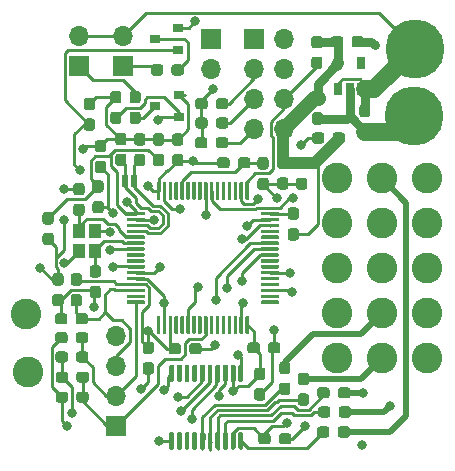
<source format=gtl>
%TF.GenerationSoftware,KiCad,Pcbnew,(5.1.6-0-10_14)*%
%TF.CreationDate,2022-07-06T22:32:54-05:00*%
%TF.ProjectId,small_led_driver_v2,736d616c-6c5f-46c6-9564-5f6472697665,rev?*%
%TF.SameCoordinates,Original*%
%TF.FileFunction,Copper,L1,Top*%
%TF.FilePolarity,Positive*%
%FSLAX46Y46*%
G04 Gerber Fmt 4.6, Leading zero omitted, Abs format (unit mm)*
G04 Created by KiCad (PCBNEW (5.1.6-0-10_14)) date 2022-07-06 22:32:54*
%MOMM*%
%LPD*%
G01*
G04 APERTURE LIST*
%TA.AperFunction,ComponentPad*%
%ADD10C,2.600000*%
%TD*%
%TA.AperFunction,ComponentPad*%
%ADD11O,1.700000X1.700000*%
%TD*%
%TA.AperFunction,ComponentPad*%
%ADD12R,1.700000X1.700000*%
%TD*%
%TA.AperFunction,ComponentPad*%
%ADD13C,5.000000*%
%TD*%
%TA.AperFunction,SMDPad,CuDef*%
%ADD14R,0.900000X0.800000*%
%TD*%
%TA.AperFunction,SMDPad,CuDef*%
%ADD15R,0.650000X1.060000*%
%TD*%
%TA.AperFunction,SMDPad,CuDef*%
%ADD16R,0.575000X1.140000*%
%TD*%
%TA.AperFunction,SMDPad,CuDef*%
%ADD17R,1.000000X1.200000*%
%TD*%
%TA.AperFunction,ViaPad*%
%ADD18C,0.800000*%
%TD*%
%TA.AperFunction,Conductor*%
%ADD19C,0.250000*%
%TD*%
%TA.AperFunction,Conductor*%
%ADD20C,0.750000*%
%TD*%
%TA.AperFunction,Conductor*%
%ADD21C,1.500000*%
%TD*%
%TA.AperFunction,Conductor*%
%ADD22C,1.000000*%
%TD*%
%TA.AperFunction,Conductor*%
%ADD23C,1.250000*%
%TD*%
%TA.AperFunction,Conductor*%
%ADD24C,0.500000*%
%TD*%
G04 APERTURE END LIST*
D10*
%TO.P,J13,1*%
%TO.N,/TIM1_CH1_SHIFT*%
X119806900Y-99585200D03*
%TD*%
%TO.P,J17,1*%
%TO.N,/TIM1_CH2_SHIFT*%
X119806900Y-107205200D03*
%TD*%
%TO.P,J19,1*%
%TO.N,/TIM1_CH3_SHIFT*%
X119806900Y-103395200D03*
%TD*%
%TO.P,J22,1*%
%TO.N,/TIM15_CH1_SHIFT*%
X119806900Y-95775200D03*
%TD*%
%TO.P,J23,1*%
%TO.N,/TIM16_CH1_SHIFT*%
X119806900Y-91965200D03*
%TD*%
%TO.P,C1,2*%
%TO.N,GND1*%
%TA.AperFunction,SMDPad,CuDef*%
G36*
G01*
X95292500Y-101075000D02*
X95767500Y-101075000D01*
G75*
G02*
X96005000Y-101312500I0J-237500D01*
G01*
X96005000Y-101887500D01*
G75*
G02*
X95767500Y-102125000I-237500J0D01*
G01*
X95292500Y-102125000D01*
G75*
G02*
X95055000Y-101887500I0J237500D01*
G01*
X95055000Y-101312500D01*
G75*
G02*
X95292500Y-101075000I237500J0D01*
G01*
G37*
%TD.AperFunction*%
%TO.P,C1,1*%
%TO.N,/OSC48_LO*%
%TA.AperFunction,SMDPad,CuDef*%
G36*
G01*
X95292500Y-99325000D02*
X95767500Y-99325000D01*
G75*
G02*
X96005000Y-99562500I0J-237500D01*
G01*
X96005000Y-100137500D01*
G75*
G02*
X95767500Y-100375000I-237500J0D01*
G01*
X95292500Y-100375000D01*
G75*
G02*
X95055000Y-100137500I0J237500D01*
G01*
X95055000Y-99562500D01*
G75*
G02*
X95292500Y-99325000I237500J0D01*
G01*
G37*
%TD.AperFunction*%
%TD*%
%TO.P,C2,1*%
%TO.N,/OSC48_HI*%
%TA.AperFunction,SMDPad,CuDef*%
G36*
G01*
X94377500Y-95150000D02*
X93902500Y-95150000D01*
G75*
G02*
X93665000Y-94912500I0J237500D01*
G01*
X93665000Y-94337500D01*
G75*
G02*
X93902500Y-94100000I237500J0D01*
G01*
X94377500Y-94100000D01*
G75*
G02*
X94615000Y-94337500I0J-237500D01*
G01*
X94615000Y-94912500D01*
G75*
G02*
X94377500Y-95150000I-237500J0D01*
G01*
G37*
%TD.AperFunction*%
%TO.P,C2,2*%
%TO.N,GND1*%
%TA.AperFunction,SMDPad,CuDef*%
G36*
G01*
X94377500Y-93400000D02*
X93902500Y-93400000D01*
G75*
G02*
X93665000Y-93162500I0J237500D01*
G01*
X93665000Y-92587500D01*
G75*
G02*
X93902500Y-92350000I237500J0D01*
G01*
X94377500Y-92350000D01*
G75*
G02*
X94615000Y-92587500I0J-237500D01*
G01*
X94615000Y-93162500D01*
G75*
G02*
X94377500Y-93400000I-237500J0D01*
G01*
G37*
%TD.AperFunction*%
%TD*%
%TO.P,C3,1*%
%TO.N,Net-(C3-Pad1)*%
%TA.AperFunction,SMDPad,CuDef*%
G36*
G01*
X97927500Y-90935000D02*
X97452500Y-90935000D01*
G75*
G02*
X97215000Y-90697500I0J237500D01*
G01*
X97215000Y-90122500D01*
G75*
G02*
X97452500Y-89885000I237500J0D01*
G01*
X97927500Y-89885000D01*
G75*
G02*
X98165000Y-90122500I0J-237500D01*
G01*
X98165000Y-90697500D01*
G75*
G02*
X97927500Y-90935000I-237500J0D01*
G01*
G37*
%TD.AperFunction*%
%TO.P,C3,2*%
%TO.N,GND1*%
%TA.AperFunction,SMDPad,CuDef*%
G36*
G01*
X97927500Y-89185000D02*
X97452500Y-89185000D01*
G75*
G02*
X97215000Y-88947500I0J237500D01*
G01*
X97215000Y-88372500D01*
G75*
G02*
X97452500Y-88135000I237500J0D01*
G01*
X97927500Y-88135000D01*
G75*
G02*
X98165000Y-88372500I0J-237500D01*
G01*
X98165000Y-88947500D01*
G75*
G02*
X97927500Y-89185000I-237500J0D01*
G01*
G37*
%TD.AperFunction*%
%TD*%
%TO.P,C4,2*%
%TO.N,GND1*%
%TA.AperFunction,SMDPad,CuDef*%
G36*
G01*
X99517500Y-89195000D02*
X99042500Y-89195000D01*
G75*
G02*
X98805000Y-88957500I0J237500D01*
G01*
X98805000Y-88382500D01*
G75*
G02*
X99042500Y-88145000I237500J0D01*
G01*
X99517500Y-88145000D01*
G75*
G02*
X99755000Y-88382500I0J-237500D01*
G01*
X99755000Y-88957500D01*
G75*
G02*
X99517500Y-89195000I-237500J0D01*
G01*
G37*
%TD.AperFunction*%
%TO.P,C4,1*%
%TO.N,Net-(C4-Pad1)*%
%TA.AperFunction,SMDPad,CuDef*%
G36*
G01*
X99517500Y-90945000D02*
X99042500Y-90945000D01*
G75*
G02*
X98805000Y-90707500I0J237500D01*
G01*
X98805000Y-90132500D01*
G75*
G02*
X99042500Y-89895000I237500J0D01*
G01*
X99517500Y-89895000D01*
G75*
G02*
X99755000Y-90132500I0J-237500D01*
G01*
X99755000Y-90707500D01*
G75*
G02*
X99517500Y-90945000I-237500J0D01*
G01*
G37*
%TD.AperFunction*%
%TD*%
%TO.P,C5,1*%
%TO.N,+3V3*%
%TA.AperFunction,SMDPad,CuDef*%
G36*
G01*
X109212500Y-107990000D02*
X109687500Y-107990000D01*
G75*
G02*
X109925000Y-108227500I0J-237500D01*
G01*
X109925000Y-108802500D01*
G75*
G02*
X109687500Y-109040000I-237500J0D01*
G01*
X109212500Y-109040000D01*
G75*
G02*
X108975000Y-108802500I0J237500D01*
G01*
X108975000Y-108227500D01*
G75*
G02*
X109212500Y-107990000I237500J0D01*
G01*
G37*
%TD.AperFunction*%
%TO.P,C5,2*%
%TO.N,GND1*%
%TA.AperFunction,SMDPad,CuDef*%
G36*
G01*
X109212500Y-109740000D02*
X109687500Y-109740000D01*
G75*
G02*
X109925000Y-109977500I0J-237500D01*
G01*
X109925000Y-110552500D01*
G75*
G02*
X109687500Y-110790000I-237500J0D01*
G01*
X109212500Y-110790000D01*
G75*
G02*
X108975000Y-110552500I0J237500D01*
G01*
X108975000Y-109977500D01*
G75*
G02*
X109212500Y-109740000I237500J0D01*
G01*
G37*
%TD.AperFunction*%
%TD*%
%TO.P,C6,1*%
%TO.N,/NRST*%
%TA.AperFunction,SMDPad,CuDef*%
G36*
G01*
X96193620Y-91529360D02*
X95718620Y-91529360D01*
G75*
G02*
X95481120Y-91291860I0J237500D01*
G01*
X95481120Y-90716860D01*
G75*
G02*
X95718620Y-90479360I237500J0D01*
G01*
X96193620Y-90479360D01*
G75*
G02*
X96431120Y-90716860I0J-237500D01*
G01*
X96431120Y-91291860D01*
G75*
G02*
X96193620Y-91529360I-237500J0D01*
G01*
G37*
%TD.AperFunction*%
%TO.P,C6,2*%
%TO.N,GND1*%
%TA.AperFunction,SMDPad,CuDef*%
G36*
G01*
X96193620Y-89779360D02*
X95718620Y-89779360D01*
G75*
G02*
X95481120Y-89541860I0J237500D01*
G01*
X95481120Y-88966860D01*
G75*
G02*
X95718620Y-88729360I237500J0D01*
G01*
X96193620Y-88729360D01*
G75*
G02*
X96431120Y-88966860I0J-237500D01*
G01*
X96431120Y-89541860D01*
G75*
G02*
X96193620Y-89779360I-237500J0D01*
G01*
G37*
%TD.AperFunction*%
%TD*%
%TO.P,C7,2*%
%TO.N,GND1*%
%TA.AperFunction,SMDPad,CuDef*%
G36*
G01*
X111072380Y-114260640D02*
X111072380Y-113785640D01*
G75*
G02*
X111309880Y-113548140I237500J0D01*
G01*
X111884880Y-113548140D01*
G75*
G02*
X112122380Y-113785640I0J-237500D01*
G01*
X112122380Y-114260640D01*
G75*
G02*
X111884880Y-114498140I-237500J0D01*
G01*
X111309880Y-114498140D01*
G75*
G02*
X111072380Y-114260640I0J237500D01*
G01*
G37*
%TD.AperFunction*%
%TO.P,C7,1*%
%TO.N,+5V*%
%TA.AperFunction,SMDPad,CuDef*%
G36*
G01*
X109322380Y-114260640D02*
X109322380Y-113785640D01*
G75*
G02*
X109559880Y-113548140I237500J0D01*
G01*
X110134880Y-113548140D01*
G75*
G02*
X110372380Y-113785640I0J-237500D01*
G01*
X110372380Y-114260640D01*
G75*
G02*
X110134880Y-114498140I-237500J0D01*
G01*
X109559880Y-114498140D01*
G75*
G02*
X109322380Y-114260640I0J237500D01*
G01*
G37*
%TD.AperFunction*%
%TD*%
%TO.P,C8,1*%
%TO.N,+3V3*%
%TA.AperFunction,SMDPad,CuDef*%
G36*
G01*
X101117500Y-90955000D02*
X100642500Y-90955000D01*
G75*
G02*
X100405000Y-90717500I0J237500D01*
G01*
X100405000Y-90142500D01*
G75*
G02*
X100642500Y-89905000I237500J0D01*
G01*
X101117500Y-89905000D01*
G75*
G02*
X101355000Y-90142500I0J-237500D01*
G01*
X101355000Y-90717500D01*
G75*
G02*
X101117500Y-90955000I-237500J0D01*
G01*
G37*
%TD.AperFunction*%
%TO.P,C8,2*%
%TO.N,GND1*%
%TA.AperFunction,SMDPad,CuDef*%
G36*
G01*
X101117500Y-89205000D02*
X100642500Y-89205000D01*
G75*
G02*
X100405000Y-88967500I0J237500D01*
G01*
X100405000Y-88392500D01*
G75*
G02*
X100642500Y-88155000I237500J0D01*
G01*
X101117500Y-88155000D01*
G75*
G02*
X101355000Y-88392500I0J-237500D01*
G01*
X101355000Y-88967500D01*
G75*
G02*
X101117500Y-89205000I-237500J0D01*
G01*
G37*
%TD.AperFunction*%
%TD*%
%TO.P,C9,2*%
%TO.N,GND1*%
%TA.AperFunction,SMDPad,CuDef*%
G36*
G01*
X103475000Y-106637500D02*
X103475000Y-106162500D01*
G75*
G02*
X103712500Y-105925000I237500J0D01*
G01*
X104287500Y-105925000D01*
G75*
G02*
X104525000Y-106162500I0J-237500D01*
G01*
X104525000Y-106637500D01*
G75*
G02*
X104287500Y-106875000I-237500J0D01*
G01*
X103712500Y-106875000D01*
G75*
G02*
X103475000Y-106637500I0J237500D01*
G01*
G37*
%TD.AperFunction*%
%TO.P,C9,1*%
%TO.N,+3V3*%
%TA.AperFunction,SMDPad,CuDef*%
G36*
G01*
X101725000Y-106637500D02*
X101725000Y-106162500D01*
G75*
G02*
X101962500Y-105925000I237500J0D01*
G01*
X102537500Y-105925000D01*
G75*
G02*
X102775000Y-106162500I0J-237500D01*
G01*
X102775000Y-106637500D01*
G75*
G02*
X102537500Y-106875000I-237500J0D01*
G01*
X101962500Y-106875000D01*
G75*
G02*
X101725000Y-106637500I0J237500D01*
G01*
G37*
%TD.AperFunction*%
%TD*%
%TO.P,C10,1*%
%TO.N,+3V3*%
%TA.AperFunction,SMDPad,CuDef*%
G36*
G01*
X108405000Y-106557500D02*
X108405000Y-106082500D01*
G75*
G02*
X108642500Y-105845000I237500J0D01*
G01*
X109217500Y-105845000D01*
G75*
G02*
X109455000Y-106082500I0J-237500D01*
G01*
X109455000Y-106557500D01*
G75*
G02*
X109217500Y-106795000I-237500J0D01*
G01*
X108642500Y-106795000D01*
G75*
G02*
X108405000Y-106557500I0J237500D01*
G01*
G37*
%TD.AperFunction*%
%TO.P,C10,2*%
%TO.N,GND1*%
%TA.AperFunction,SMDPad,CuDef*%
G36*
G01*
X110155000Y-106557500D02*
X110155000Y-106082500D01*
G75*
G02*
X110392500Y-105845000I237500J0D01*
G01*
X110967500Y-105845000D01*
G75*
G02*
X111205000Y-106082500I0J-237500D01*
G01*
X111205000Y-106557500D01*
G75*
G02*
X110967500Y-106795000I-237500J0D01*
G01*
X110392500Y-106795000D01*
G75*
G02*
X110155000Y-106557500I0J237500D01*
G01*
G37*
%TD.AperFunction*%
%TD*%
%TO.P,C11,2*%
%TO.N,GND1*%
%TA.AperFunction,SMDPad,CuDef*%
G36*
G01*
X99772500Y-107535000D02*
X100247500Y-107535000D01*
G75*
G02*
X100485000Y-107772500I0J-237500D01*
G01*
X100485000Y-108347500D01*
G75*
G02*
X100247500Y-108585000I-237500J0D01*
G01*
X99772500Y-108585000D01*
G75*
G02*
X99535000Y-108347500I0J237500D01*
G01*
X99535000Y-107772500D01*
G75*
G02*
X99772500Y-107535000I237500J0D01*
G01*
G37*
%TD.AperFunction*%
%TO.P,C11,1*%
%TO.N,+3V3*%
%TA.AperFunction,SMDPad,CuDef*%
G36*
G01*
X99772500Y-105785000D02*
X100247500Y-105785000D01*
G75*
G02*
X100485000Y-106022500I0J-237500D01*
G01*
X100485000Y-106597500D01*
G75*
G02*
X100247500Y-106835000I-237500J0D01*
G01*
X99772500Y-106835000D01*
G75*
G02*
X99535000Y-106597500I0J237500D01*
G01*
X99535000Y-106022500D01*
G75*
G02*
X99772500Y-105785000I237500J0D01*
G01*
G37*
%TD.AperFunction*%
%TD*%
%TO.P,C12,1*%
%TO.N,+3V3*%
%TA.AperFunction,SMDPad,CuDef*%
G36*
G01*
X102747500Y-90960000D02*
X102272500Y-90960000D01*
G75*
G02*
X102035000Y-90722500I0J237500D01*
G01*
X102035000Y-90147500D01*
G75*
G02*
X102272500Y-89910000I237500J0D01*
G01*
X102747500Y-89910000D01*
G75*
G02*
X102985000Y-90147500I0J-237500D01*
G01*
X102985000Y-90722500D01*
G75*
G02*
X102747500Y-90960000I-237500J0D01*
G01*
G37*
%TD.AperFunction*%
%TO.P,C12,2*%
%TO.N,GND1*%
%TA.AperFunction,SMDPad,CuDef*%
G36*
G01*
X102747500Y-89210000D02*
X102272500Y-89210000D01*
G75*
G02*
X102035000Y-88972500I0J237500D01*
G01*
X102035000Y-88397500D01*
G75*
G02*
X102272500Y-88160000I237500J0D01*
G01*
X102747500Y-88160000D01*
G75*
G02*
X102985000Y-88397500I0J-237500D01*
G01*
X102985000Y-88972500D01*
G75*
G02*
X102747500Y-89210000I-237500J0D01*
G01*
G37*
%TD.AperFunction*%
%TD*%
%TO.P,C13,2*%
%TO.N,GND1*%
%TA.AperFunction,SMDPad,CuDef*%
G36*
G01*
X117220000Y-80637500D02*
X117220000Y-80162500D01*
G75*
G02*
X117457500Y-79925000I237500J0D01*
G01*
X118032500Y-79925000D01*
G75*
G02*
X118270000Y-80162500I0J-237500D01*
G01*
X118270000Y-80637500D01*
G75*
G02*
X118032500Y-80875000I-237500J0D01*
G01*
X117457500Y-80875000D01*
G75*
G02*
X117220000Y-80637500I0J237500D01*
G01*
G37*
%TD.AperFunction*%
%TO.P,C13,1*%
%TO.N,+3V3*%
%TA.AperFunction,SMDPad,CuDef*%
G36*
G01*
X115470000Y-80637500D02*
X115470000Y-80162500D01*
G75*
G02*
X115707500Y-79925000I237500J0D01*
G01*
X116282500Y-79925000D01*
G75*
G02*
X116520000Y-80162500I0J-237500D01*
G01*
X116520000Y-80637500D01*
G75*
G02*
X116282500Y-80875000I-237500J0D01*
G01*
X115707500Y-80875000D01*
G75*
G02*
X115470000Y-80637500I0J237500D01*
G01*
G37*
%TD.AperFunction*%
%TD*%
%TO.P,C14,2*%
%TO.N,GND1*%
%TA.AperFunction,SMDPad,CuDef*%
G36*
G01*
X118112500Y-87495000D02*
X118587500Y-87495000D01*
G75*
G02*
X118825000Y-87732500I0J-237500D01*
G01*
X118825000Y-88307500D01*
G75*
G02*
X118587500Y-88545000I-237500J0D01*
G01*
X118112500Y-88545000D01*
G75*
G02*
X117875000Y-88307500I0J237500D01*
G01*
X117875000Y-87732500D01*
G75*
G02*
X118112500Y-87495000I237500J0D01*
G01*
G37*
%TD.AperFunction*%
%TO.P,C14,1*%
%TO.N,+5V*%
%TA.AperFunction,SMDPad,CuDef*%
G36*
G01*
X118112500Y-85745000D02*
X118587500Y-85745000D01*
G75*
G02*
X118825000Y-85982500I0J-237500D01*
G01*
X118825000Y-86557500D01*
G75*
G02*
X118587500Y-86795000I-237500J0D01*
G01*
X118112500Y-86795000D01*
G75*
G02*
X117875000Y-86557500I0J237500D01*
G01*
X117875000Y-85982500D01*
G75*
G02*
X118112500Y-85745000I237500J0D01*
G01*
G37*
%TD.AperFunction*%
%TD*%
%TO.P,C15,1*%
%TO.N,+3V3*%
%TA.AperFunction,SMDPad,CuDef*%
G36*
G01*
X112755500Y-90149000D02*
X113230500Y-90149000D01*
G75*
G02*
X113468000Y-90386500I0J-237500D01*
G01*
X113468000Y-90961500D01*
G75*
G02*
X113230500Y-91199000I-237500J0D01*
G01*
X112755500Y-91199000D01*
G75*
G02*
X112518000Y-90961500I0J237500D01*
G01*
X112518000Y-90386500D01*
G75*
G02*
X112755500Y-90149000I237500J0D01*
G01*
G37*
%TD.AperFunction*%
%TO.P,C15,2*%
%TO.N,GND1*%
%TA.AperFunction,SMDPad,CuDef*%
G36*
G01*
X112755500Y-91899000D02*
X113230500Y-91899000D01*
G75*
G02*
X113468000Y-92136500I0J-237500D01*
G01*
X113468000Y-92711500D01*
G75*
G02*
X113230500Y-92949000I-237500J0D01*
G01*
X112755500Y-92949000D01*
G75*
G02*
X112518000Y-92711500I0J237500D01*
G01*
X112518000Y-92136500D01*
G75*
G02*
X112755500Y-91899000I237500J0D01*
G01*
G37*
%TD.AperFunction*%
%TD*%
%TO.P,C16,2*%
%TO.N,GND1*%
%TA.AperFunction,SMDPad,CuDef*%
G36*
G01*
X111167500Y-91880000D02*
X111642500Y-91880000D01*
G75*
G02*
X111880000Y-92117500I0J-237500D01*
G01*
X111880000Y-92692500D01*
G75*
G02*
X111642500Y-92930000I-237500J0D01*
G01*
X111167500Y-92930000D01*
G75*
G02*
X110930000Y-92692500I0J237500D01*
G01*
X110930000Y-92117500D01*
G75*
G02*
X111167500Y-91880000I237500J0D01*
G01*
G37*
%TD.AperFunction*%
%TO.P,C16,1*%
%TO.N,+3V3*%
%TA.AperFunction,SMDPad,CuDef*%
G36*
G01*
X111167500Y-90130000D02*
X111642500Y-90130000D01*
G75*
G02*
X111880000Y-90367500I0J-237500D01*
G01*
X111880000Y-90942500D01*
G75*
G02*
X111642500Y-91180000I-237500J0D01*
G01*
X111167500Y-91180000D01*
G75*
G02*
X110930000Y-90942500I0J237500D01*
G01*
X110930000Y-90367500D01*
G75*
G02*
X111167500Y-90130000I237500J0D01*
G01*
G37*
%TD.AperFunction*%
%TD*%
%TO.P,C17,1*%
%TO.N,+3V3*%
%TA.AperFunction,SMDPad,CuDef*%
G36*
G01*
X114102500Y-84630000D02*
X114577500Y-84630000D01*
G75*
G02*
X114815000Y-84867500I0J-237500D01*
G01*
X114815000Y-85442500D01*
G75*
G02*
X114577500Y-85680000I-237500J0D01*
G01*
X114102500Y-85680000D01*
G75*
G02*
X113865000Y-85442500I0J237500D01*
G01*
X113865000Y-84867500D01*
G75*
G02*
X114102500Y-84630000I237500J0D01*
G01*
G37*
%TD.AperFunction*%
%TO.P,C17,2*%
%TO.N,GND1*%
%TA.AperFunction,SMDPad,CuDef*%
G36*
G01*
X114102500Y-86380000D02*
X114577500Y-86380000D01*
G75*
G02*
X114815000Y-86617500I0J-237500D01*
G01*
X114815000Y-87192500D01*
G75*
G02*
X114577500Y-87430000I-237500J0D01*
G01*
X114102500Y-87430000D01*
G75*
G02*
X113865000Y-87192500I0J237500D01*
G01*
X113865000Y-86617500D01*
G75*
G02*
X114102500Y-86380000I237500J0D01*
G01*
G37*
%TD.AperFunction*%
%TD*%
D11*
%TO.P,J3,4*%
%TO.N,/WKUP2*%
X97309280Y-105287704D03*
%TO.P,J3,3*%
%TO.N,/WKUP1*%
X97309280Y-107827704D03*
%TO.P,J3,2*%
%TO.N,/WKUP4*%
X97309280Y-110367704D03*
D12*
%TO.P,J3,1*%
%TO.N,/WKUP3*%
X97309280Y-112907704D03*
%TD*%
D13*
%TO.P,J20,1*%
%TO.N,+5V*%
X122555000Y-80987900D03*
%TD*%
%TO.P,J21,1*%
%TO.N,GND1*%
X122491500Y-86702900D03*
%TD*%
D14*
%TO.P,Q1,3*%
%TO.N,Net-(Q1-Pad3)*%
X100563740Y-80155660D03*
%TO.P,Q1,2*%
%TO.N,GND1*%
X102563740Y-79205660D03*
%TO.P,Q1,1*%
%TO.N,/LED_OUT_1*%
X102563740Y-81105660D03*
%TD*%
%TO.P,Q2,1*%
%TO.N,/LED_OUT_2*%
X102608340Y-86774160D03*
%TO.P,Q2,2*%
%TO.N,GND1*%
X102608340Y-84874160D03*
%TO.P,Q2,3*%
%TO.N,Net-(Q2-Pad3)*%
X100608340Y-85824160D03*
%TD*%
%TO.P,R1,2*%
%TO.N,/BOOT0*%
%TA.AperFunction,SMDPad,CuDef*%
G36*
G01*
X107600000Y-90897500D02*
X107600000Y-90422500D01*
G75*
G02*
X107837500Y-90185000I237500J0D01*
G01*
X108412500Y-90185000D01*
G75*
G02*
X108650000Y-90422500I0J-237500D01*
G01*
X108650000Y-90897500D01*
G75*
G02*
X108412500Y-91135000I-237500J0D01*
G01*
X107837500Y-91135000D01*
G75*
G02*
X107600000Y-90897500I0J237500D01*
G01*
G37*
%TD.AperFunction*%
%TO.P,R1,1*%
%TO.N,+3V3*%
%TA.AperFunction,SMDPad,CuDef*%
G36*
G01*
X105850000Y-90897500D02*
X105850000Y-90422500D01*
G75*
G02*
X106087500Y-90185000I237500J0D01*
G01*
X106662500Y-90185000D01*
G75*
G02*
X106900000Y-90422500I0J-237500D01*
G01*
X106900000Y-90897500D01*
G75*
G02*
X106662500Y-91135000I-237500J0D01*
G01*
X106087500Y-91135000D01*
G75*
G02*
X105850000Y-90897500I0J237500D01*
G01*
G37*
%TD.AperFunction*%
%TD*%
%TO.P,R2,1*%
%TO.N,/BOOT0*%
%TA.AperFunction,SMDPad,CuDef*%
G36*
G01*
X109492500Y-90175000D02*
X109967500Y-90175000D01*
G75*
G02*
X110205000Y-90412500I0J-237500D01*
G01*
X110205000Y-90987500D01*
G75*
G02*
X109967500Y-91225000I-237500J0D01*
G01*
X109492500Y-91225000D01*
G75*
G02*
X109255000Y-90987500I0J237500D01*
G01*
X109255000Y-90412500D01*
G75*
G02*
X109492500Y-90175000I237500J0D01*
G01*
G37*
%TD.AperFunction*%
%TO.P,R2,2*%
%TO.N,GND1*%
%TA.AperFunction,SMDPad,CuDef*%
G36*
G01*
X109492500Y-91925000D02*
X109967500Y-91925000D01*
G75*
G02*
X110205000Y-92162500I0J-237500D01*
G01*
X110205000Y-92737500D01*
G75*
G02*
X109967500Y-92975000I-237500J0D01*
G01*
X109492500Y-92975000D01*
G75*
G02*
X109255000Y-92737500I0J237500D01*
G01*
X109255000Y-92162500D01*
G75*
G02*
X109492500Y-91925000I237500J0D01*
G01*
G37*
%TD.AperFunction*%
%TD*%
%TO.P,R3,1*%
%TO.N,+3V3*%
%TA.AperFunction,SMDPad,CuDef*%
G36*
G01*
X95517960Y-92134260D02*
X95992960Y-92134260D01*
G75*
G02*
X96230460Y-92371760I0J-237500D01*
G01*
X96230460Y-92946760D01*
G75*
G02*
X95992960Y-93184260I-237500J0D01*
G01*
X95517960Y-93184260D01*
G75*
G02*
X95280460Y-92946760I0J237500D01*
G01*
X95280460Y-92371760D01*
G75*
G02*
X95517960Y-92134260I237500J0D01*
G01*
G37*
%TD.AperFunction*%
%TO.P,R3,2*%
%TO.N,/NRST*%
%TA.AperFunction,SMDPad,CuDef*%
G36*
G01*
X95517960Y-93884260D02*
X95992960Y-93884260D01*
G75*
G02*
X96230460Y-94121760I0J-237500D01*
G01*
X96230460Y-94696760D01*
G75*
G02*
X95992960Y-94934260I-237500J0D01*
G01*
X95517960Y-94934260D01*
G75*
G02*
X95280460Y-94696760I0J237500D01*
G01*
X95280460Y-94121760D01*
G75*
G02*
X95517960Y-93884260I237500J0D01*
G01*
G37*
%TD.AperFunction*%
%TD*%
%TO.P,R4,2*%
%TO.N,Net-(R4-Pad2)*%
%TA.AperFunction,SMDPad,CuDef*%
G36*
G01*
X112520500Y-95485000D02*
X112045500Y-95485000D01*
G75*
G02*
X111808000Y-95247500I0J237500D01*
G01*
X111808000Y-94672500D01*
G75*
G02*
X112045500Y-94435000I237500J0D01*
G01*
X112520500Y-94435000D01*
G75*
G02*
X112758000Y-94672500I0J-237500D01*
G01*
X112758000Y-95247500D01*
G75*
G02*
X112520500Y-95485000I-237500J0D01*
G01*
G37*
%TD.AperFunction*%
%TO.P,R4,1*%
%TO.N,+3V3*%
%TA.AperFunction,SMDPad,CuDef*%
G36*
G01*
X112520500Y-97235000D02*
X112045500Y-97235000D01*
G75*
G02*
X111808000Y-96997500I0J237500D01*
G01*
X111808000Y-96422500D01*
G75*
G02*
X112045500Y-96185000I237500J0D01*
G01*
X112520500Y-96185000D01*
G75*
G02*
X112758000Y-96422500I0J-237500D01*
G01*
X112758000Y-96997500D01*
G75*
G02*
X112520500Y-97235000I-237500J0D01*
G01*
G37*
%TD.AperFunction*%
%TD*%
%TO.P,R5,2*%
%TO.N,/SWDIO*%
%TA.AperFunction,SMDPad,CuDef*%
G36*
G01*
X105722900Y-89200140D02*
X105722900Y-88725140D01*
G75*
G02*
X105960400Y-88487640I237500J0D01*
G01*
X106535400Y-88487640D01*
G75*
G02*
X106772900Y-88725140I0J-237500D01*
G01*
X106772900Y-89200140D01*
G75*
G02*
X106535400Y-89437640I-237500J0D01*
G01*
X105960400Y-89437640D01*
G75*
G02*
X105722900Y-89200140I0J237500D01*
G01*
G37*
%TD.AperFunction*%
%TO.P,R5,1*%
%TO.N,+3V3*%
%TA.AperFunction,SMDPad,CuDef*%
G36*
G01*
X103972900Y-89200140D02*
X103972900Y-88725140D01*
G75*
G02*
X104210400Y-88487640I237500J0D01*
G01*
X104785400Y-88487640D01*
G75*
G02*
X105022900Y-88725140I0J-237500D01*
G01*
X105022900Y-89200140D01*
G75*
G02*
X104785400Y-89437640I-237500J0D01*
G01*
X104210400Y-89437640D01*
G75*
G02*
X103972900Y-89200140I0J237500D01*
G01*
G37*
%TD.AperFunction*%
%TD*%
%TO.P,R6,2*%
%TO.N,/WKUP2*%
%TA.AperFunction,SMDPad,CuDef*%
G36*
G01*
X91291400Y-96577900D02*
X91766400Y-96577900D01*
G75*
G02*
X92003900Y-96815400I0J-237500D01*
G01*
X92003900Y-97390400D01*
G75*
G02*
X91766400Y-97627900I-237500J0D01*
G01*
X91291400Y-97627900D01*
G75*
G02*
X91053900Y-97390400I0J237500D01*
G01*
X91053900Y-96815400D01*
G75*
G02*
X91291400Y-96577900I237500J0D01*
G01*
G37*
%TD.AperFunction*%
%TO.P,R6,1*%
%TO.N,+3V3*%
%TA.AperFunction,SMDPad,CuDef*%
G36*
G01*
X91291400Y-94827900D02*
X91766400Y-94827900D01*
G75*
G02*
X92003900Y-95065400I0J-237500D01*
G01*
X92003900Y-95640400D01*
G75*
G02*
X91766400Y-95877900I-237500J0D01*
G01*
X91291400Y-95877900D01*
G75*
G02*
X91053900Y-95640400I0J237500D01*
G01*
X91053900Y-95065400D01*
G75*
G02*
X91291400Y-94827900I237500J0D01*
G01*
G37*
%TD.AperFunction*%
%TD*%
%TO.P,R7,1*%
%TO.N,/WKUP2*%
%TA.AperFunction,SMDPad,CuDef*%
G36*
G01*
X92129600Y-99998100D02*
X92604600Y-99998100D01*
G75*
G02*
X92842100Y-100235600I0J-237500D01*
G01*
X92842100Y-100810600D01*
G75*
G02*
X92604600Y-101048100I-237500J0D01*
G01*
X92129600Y-101048100D01*
G75*
G02*
X91892100Y-100810600I0J237500D01*
G01*
X91892100Y-100235600D01*
G75*
G02*
X92129600Y-99998100I237500J0D01*
G01*
G37*
%TD.AperFunction*%
%TO.P,R7,2*%
%TO.N,GND1*%
%TA.AperFunction,SMDPad,CuDef*%
G36*
G01*
X92129600Y-101748100D02*
X92604600Y-101748100D01*
G75*
G02*
X92842100Y-101985600I0J-237500D01*
G01*
X92842100Y-102560600D01*
G75*
G02*
X92604600Y-102798100I-237500J0D01*
G01*
X92129600Y-102798100D01*
G75*
G02*
X91892100Y-102560600I0J237500D01*
G01*
X91892100Y-101985600D01*
G75*
G02*
X92129600Y-101748100I237500J0D01*
G01*
G37*
%TD.AperFunction*%
%TD*%
%TO.P,R10,2*%
%TO.N,/JTDO*%
%TA.AperFunction,SMDPad,CuDef*%
G36*
G01*
X114915000Y-88322500D02*
X114915000Y-88797500D01*
G75*
G02*
X114677500Y-89035000I-237500J0D01*
G01*
X114102500Y-89035000D01*
G75*
G02*
X113865000Y-88797500I0J237500D01*
G01*
X113865000Y-88322500D01*
G75*
G02*
X114102500Y-88085000I237500J0D01*
G01*
X114677500Y-88085000D01*
G75*
G02*
X114915000Y-88322500I0J-237500D01*
G01*
G37*
%TD.AperFunction*%
%TO.P,R10,1*%
%TO.N,+3V3*%
%TA.AperFunction,SMDPad,CuDef*%
G36*
G01*
X116665000Y-88322500D02*
X116665000Y-88797500D01*
G75*
G02*
X116427500Y-89035000I-237500J0D01*
G01*
X115852500Y-89035000D01*
G75*
G02*
X115615000Y-88797500I0J237500D01*
G01*
X115615000Y-88322500D01*
G75*
G02*
X115852500Y-88085000I237500J0D01*
G01*
X116427500Y-88085000D01*
G75*
G02*
X116665000Y-88322500I0J-237500D01*
G01*
G37*
%TD.AperFunction*%
%TD*%
%TO.P,R11,2*%
%TO.N,/WKUP1*%
%TA.AperFunction,SMDPad,CuDef*%
G36*
G01*
X93679000Y-101759500D02*
X94154000Y-101759500D01*
G75*
G02*
X94391500Y-101997000I0J-237500D01*
G01*
X94391500Y-102572000D01*
G75*
G02*
X94154000Y-102809500I-237500J0D01*
G01*
X93679000Y-102809500D01*
G75*
G02*
X93441500Y-102572000I0J237500D01*
G01*
X93441500Y-101997000D01*
G75*
G02*
X93679000Y-101759500I237500J0D01*
G01*
G37*
%TD.AperFunction*%
%TO.P,R11,1*%
%TO.N,+3V3*%
%TA.AperFunction,SMDPad,CuDef*%
G36*
G01*
X93679000Y-100009500D02*
X94154000Y-100009500D01*
G75*
G02*
X94391500Y-100247000I0J-237500D01*
G01*
X94391500Y-100822000D01*
G75*
G02*
X94154000Y-101059500I-237500J0D01*
G01*
X93679000Y-101059500D01*
G75*
G02*
X93441500Y-100822000I0J237500D01*
G01*
X93441500Y-100247000D01*
G75*
G02*
X93679000Y-100009500I237500J0D01*
G01*
G37*
%TD.AperFunction*%
%TD*%
%TO.P,R12,1*%
%TO.N,/WKUP1*%
%TA.AperFunction,SMDPad,CuDef*%
G36*
G01*
X94911400Y-103623100D02*
X94911400Y-104098100D01*
G75*
G02*
X94673900Y-104335600I-237500J0D01*
G01*
X94098900Y-104335600D01*
G75*
G02*
X93861400Y-104098100I0J237500D01*
G01*
X93861400Y-103623100D01*
G75*
G02*
X94098900Y-103385600I237500J0D01*
G01*
X94673900Y-103385600D01*
G75*
G02*
X94911400Y-103623100I0J-237500D01*
G01*
G37*
%TD.AperFunction*%
%TO.P,R12,2*%
%TO.N,GND1*%
%TA.AperFunction,SMDPad,CuDef*%
G36*
G01*
X93161400Y-103623100D02*
X93161400Y-104098100D01*
G75*
G02*
X92923900Y-104335600I-237500J0D01*
G01*
X92348900Y-104335600D01*
G75*
G02*
X92111400Y-104098100I0J237500D01*
G01*
X92111400Y-103623100D01*
G75*
G02*
X92348900Y-103385600I237500J0D01*
G01*
X92923900Y-103385600D01*
G75*
G02*
X93161400Y-103623100I0J-237500D01*
G01*
G37*
%TD.AperFunction*%
%TD*%
%TO.P,R13,1*%
%TO.N,+3V3*%
%TA.AperFunction,SMDPad,CuDef*%
G36*
G01*
X103987900Y-85890140D02*
X103987900Y-85415140D01*
G75*
G02*
X104225400Y-85177640I237500J0D01*
G01*
X104800400Y-85177640D01*
G75*
G02*
X105037900Y-85415140I0J-237500D01*
G01*
X105037900Y-85890140D01*
G75*
G02*
X104800400Y-86127640I-237500J0D01*
G01*
X104225400Y-86127640D01*
G75*
G02*
X103987900Y-85890140I0J237500D01*
G01*
G37*
%TD.AperFunction*%
%TO.P,R13,2*%
%TO.N,/NJTRST*%
%TA.AperFunction,SMDPad,CuDef*%
G36*
G01*
X105737900Y-85890140D02*
X105737900Y-85415140D01*
G75*
G02*
X105975400Y-85177640I237500J0D01*
G01*
X106550400Y-85177640D01*
G75*
G02*
X106787900Y-85415140I0J-237500D01*
G01*
X106787900Y-85890140D01*
G75*
G02*
X106550400Y-86127640I-237500J0D01*
G01*
X105975400Y-86127640D01*
G75*
G02*
X105737900Y-85890140I0J237500D01*
G01*
G37*
%TD.AperFunction*%
%TD*%
%TO.P,R14,1*%
%TO.N,+3V3*%
%TA.AperFunction,SMDPad,CuDef*%
G36*
G01*
X92148200Y-107331000D02*
X92148200Y-106856000D01*
G75*
G02*
X92385700Y-106618500I237500J0D01*
G01*
X92960700Y-106618500D01*
G75*
G02*
X93198200Y-106856000I0J-237500D01*
G01*
X93198200Y-107331000D01*
G75*
G02*
X92960700Y-107568500I-237500J0D01*
G01*
X92385700Y-107568500D01*
G75*
G02*
X92148200Y-107331000I0J237500D01*
G01*
G37*
%TD.AperFunction*%
%TO.P,R14,2*%
%TO.N,/WKUP4*%
%TA.AperFunction,SMDPad,CuDef*%
G36*
G01*
X93898200Y-107331000D02*
X93898200Y-106856000D01*
G75*
G02*
X94135700Y-106618500I237500J0D01*
G01*
X94710700Y-106618500D01*
G75*
G02*
X94948200Y-106856000I0J-237500D01*
G01*
X94948200Y-107331000D01*
G75*
G02*
X94710700Y-107568500I-237500J0D01*
G01*
X94135700Y-107568500D01*
G75*
G02*
X93898200Y-107331000I0J237500D01*
G01*
G37*
%TD.AperFunction*%
%TD*%
%TO.P,R15,2*%
%TO.N,GND1*%
%TA.AperFunction,SMDPad,CuDef*%
G36*
G01*
X93174100Y-105223300D02*
X93174100Y-105698300D01*
G75*
G02*
X92936600Y-105935800I-237500J0D01*
G01*
X92361600Y-105935800D01*
G75*
G02*
X92124100Y-105698300I0J237500D01*
G01*
X92124100Y-105223300D01*
G75*
G02*
X92361600Y-104985800I237500J0D01*
G01*
X92936600Y-104985800D01*
G75*
G02*
X93174100Y-105223300I0J-237500D01*
G01*
G37*
%TD.AperFunction*%
%TO.P,R15,1*%
%TO.N,/WKUP4*%
%TA.AperFunction,SMDPad,CuDef*%
G36*
G01*
X94924100Y-105223300D02*
X94924100Y-105698300D01*
G75*
G02*
X94686600Y-105935800I-237500J0D01*
G01*
X94111600Y-105935800D01*
G75*
G02*
X93874100Y-105698300I0J237500D01*
G01*
X93874100Y-105223300D01*
G75*
G02*
X94111600Y-104985800I237500J0D01*
G01*
X94686600Y-104985800D01*
G75*
G02*
X94924100Y-105223300I0J-237500D01*
G01*
G37*
%TD.AperFunction*%
%TD*%
%TO.P,R16,2*%
%TO.N,/WKUP3*%
%TA.AperFunction,SMDPad,CuDef*%
G36*
G01*
X93933200Y-109041000D02*
X93933200Y-108566000D01*
G75*
G02*
X94170700Y-108328500I237500J0D01*
G01*
X94745700Y-108328500D01*
G75*
G02*
X94983200Y-108566000I0J-237500D01*
G01*
X94983200Y-109041000D01*
G75*
G02*
X94745700Y-109278500I-237500J0D01*
G01*
X94170700Y-109278500D01*
G75*
G02*
X93933200Y-109041000I0J237500D01*
G01*
G37*
%TD.AperFunction*%
%TO.P,R16,1*%
%TO.N,+3V3*%
%TA.AperFunction,SMDPad,CuDef*%
G36*
G01*
X92183200Y-109041000D02*
X92183200Y-108566000D01*
G75*
G02*
X92420700Y-108328500I237500J0D01*
G01*
X92995700Y-108328500D01*
G75*
G02*
X93233200Y-108566000I0J-237500D01*
G01*
X93233200Y-109041000D01*
G75*
G02*
X92995700Y-109278500I-237500J0D01*
G01*
X92420700Y-109278500D01*
G75*
G02*
X92183200Y-109041000I0J237500D01*
G01*
G37*
%TD.AperFunction*%
%TD*%
%TO.P,R17,1*%
%TO.N,/WKUP3*%
%TA.AperFunction,SMDPad,CuDef*%
G36*
G01*
X94968200Y-110256000D02*
X94968200Y-110731000D01*
G75*
G02*
X94730700Y-110968500I-237500J0D01*
G01*
X94155700Y-110968500D01*
G75*
G02*
X93918200Y-110731000I0J237500D01*
G01*
X93918200Y-110256000D01*
G75*
G02*
X94155700Y-110018500I237500J0D01*
G01*
X94730700Y-110018500D01*
G75*
G02*
X94968200Y-110256000I0J-237500D01*
G01*
G37*
%TD.AperFunction*%
%TO.P,R17,2*%
%TO.N,GND1*%
%TA.AperFunction,SMDPad,CuDef*%
G36*
G01*
X93218200Y-110256000D02*
X93218200Y-110731000D01*
G75*
G02*
X92980700Y-110968500I-237500J0D01*
G01*
X92405700Y-110968500D01*
G75*
G02*
X92168200Y-110731000I0J237500D01*
G01*
X92168200Y-110256000D01*
G75*
G02*
X92405700Y-110018500I237500J0D01*
G01*
X92980700Y-110018500D01*
G75*
G02*
X93218200Y-110256000I0J-237500D01*
G01*
G37*
%TD.AperFunction*%
%TD*%
%TO.P,R18,2*%
%TO.N,GND1*%
%TA.AperFunction,SMDPad,CuDef*%
G36*
G01*
X95271600Y-86199200D02*
X94796600Y-86199200D01*
G75*
G02*
X94559100Y-85961700I0J237500D01*
G01*
X94559100Y-85386700D01*
G75*
G02*
X94796600Y-85149200I237500J0D01*
G01*
X95271600Y-85149200D01*
G75*
G02*
X95509100Y-85386700I0J-237500D01*
G01*
X95509100Y-85961700D01*
G75*
G02*
X95271600Y-86199200I-237500J0D01*
G01*
G37*
%TD.AperFunction*%
%TO.P,R18,1*%
%TO.N,/LED_OUT_1*%
%TA.AperFunction,SMDPad,CuDef*%
G36*
G01*
X95271600Y-87949200D02*
X94796600Y-87949200D01*
G75*
G02*
X94559100Y-87711700I0J237500D01*
G01*
X94559100Y-87136700D01*
G75*
G02*
X94796600Y-86899200I237500J0D01*
G01*
X95271600Y-86899200D01*
G75*
G02*
X95509100Y-87136700I0J-237500D01*
G01*
X95509100Y-87711700D01*
G75*
G02*
X95271600Y-87949200I-237500J0D01*
G01*
G37*
%TD.AperFunction*%
%TD*%
%TO.P,R19,1*%
%TO.N,Net-(J14-Pad1)*%
%TA.AperFunction,SMDPad,CuDef*%
G36*
G01*
X100225400Y-83028800D02*
X100225400Y-82553800D01*
G75*
G02*
X100462900Y-82316300I237500J0D01*
G01*
X101037900Y-82316300D01*
G75*
G02*
X101275400Y-82553800I0J-237500D01*
G01*
X101275400Y-83028800D01*
G75*
G02*
X101037900Y-83266300I-237500J0D01*
G01*
X100462900Y-83266300D01*
G75*
G02*
X100225400Y-83028800I0J237500D01*
G01*
G37*
%TD.AperFunction*%
%TO.P,R19,2*%
%TO.N,Net-(Q1-Pad3)*%
%TA.AperFunction,SMDPad,CuDef*%
G36*
G01*
X101975400Y-83028800D02*
X101975400Y-82553800D01*
G75*
G02*
X102212900Y-82316300I237500J0D01*
G01*
X102787900Y-82316300D01*
G75*
G02*
X103025400Y-82553800I0J-237500D01*
G01*
X103025400Y-83028800D01*
G75*
G02*
X102787900Y-83266300I-237500J0D01*
G01*
X102212900Y-83266300D01*
G75*
G02*
X101975400Y-83028800I0J237500D01*
G01*
G37*
%TD.AperFunction*%
%TD*%
%TO.P,R20,2*%
%TO.N,GND1*%
%TA.AperFunction,SMDPad,CuDef*%
G36*
G01*
X97495840Y-85624160D02*
X97020840Y-85624160D01*
G75*
G02*
X96783340Y-85386660I0J237500D01*
G01*
X96783340Y-84811660D01*
G75*
G02*
X97020840Y-84574160I237500J0D01*
G01*
X97495840Y-84574160D01*
G75*
G02*
X97733340Y-84811660I0J-237500D01*
G01*
X97733340Y-85386660D01*
G75*
G02*
X97495840Y-85624160I-237500J0D01*
G01*
G37*
%TD.AperFunction*%
%TO.P,R20,1*%
%TO.N,/LED_OUT_2*%
%TA.AperFunction,SMDPad,CuDef*%
G36*
G01*
X97495840Y-87374160D02*
X97020840Y-87374160D01*
G75*
G02*
X96783340Y-87136660I0J237500D01*
G01*
X96783340Y-86561660D01*
G75*
G02*
X97020840Y-86324160I237500J0D01*
G01*
X97495840Y-86324160D01*
G75*
G02*
X97733340Y-86561660I0J-237500D01*
G01*
X97733340Y-87136660D01*
G75*
G02*
X97495840Y-87374160I-237500J0D01*
G01*
G37*
%TD.AperFunction*%
%TD*%
%TO.P,R21,1*%
%TO.N,Net-(J16-Pad1)*%
%TA.AperFunction,SMDPad,CuDef*%
G36*
G01*
X98660840Y-84564160D02*
X99135840Y-84564160D01*
G75*
G02*
X99373340Y-84801660I0J-237500D01*
G01*
X99373340Y-85376660D01*
G75*
G02*
X99135840Y-85614160I-237500J0D01*
G01*
X98660840Y-85614160D01*
G75*
G02*
X98423340Y-85376660I0J237500D01*
G01*
X98423340Y-84801660D01*
G75*
G02*
X98660840Y-84564160I237500J0D01*
G01*
G37*
%TD.AperFunction*%
%TO.P,R21,2*%
%TO.N,Net-(Q2-Pad3)*%
%TA.AperFunction,SMDPad,CuDef*%
G36*
G01*
X98660840Y-86314160D02*
X99135840Y-86314160D01*
G75*
G02*
X99373340Y-86551660I0J-237500D01*
G01*
X99373340Y-87126660D01*
G75*
G02*
X99135840Y-87364160I-237500J0D01*
G01*
X98660840Y-87364160D01*
G75*
G02*
X98423340Y-87126660I0J237500D01*
G01*
X98423340Y-86551660D01*
G75*
G02*
X98660840Y-86314160I237500J0D01*
G01*
G37*
%TD.AperFunction*%
%TD*%
D12*
%TO.P,SW1,1*%
%TO.N,/NRST*%
X105300780Y-80149700D03*
D11*
%TO.P,SW1,2*%
%TO.N,GND1*%
X105300780Y-82689700D03*
%TD*%
%TO.P,U1,1*%
%TO.N,/TIM16_CH1*%
%TA.AperFunction,SMDPad,CuDef*%
G36*
G01*
X107747352Y-107734631D02*
X107947352Y-107734631D01*
G75*
G02*
X108047352Y-107834631I0J-100000D01*
G01*
X108047352Y-109109631D01*
G75*
G02*
X107947352Y-109209631I-100000J0D01*
G01*
X107747352Y-109209631D01*
G75*
G02*
X107647352Y-109109631I0J100000D01*
G01*
X107647352Y-107834631D01*
G75*
G02*
X107747352Y-107734631I100000J0D01*
G01*
G37*
%TD.AperFunction*%
%TO.P,U1,2*%
%TO.N,+3V3*%
%TA.AperFunction,SMDPad,CuDef*%
G36*
G01*
X107097352Y-107734631D02*
X107297352Y-107734631D01*
G75*
G02*
X107397352Y-107834631I0J-100000D01*
G01*
X107397352Y-109109631D01*
G75*
G02*
X107297352Y-109209631I-100000J0D01*
G01*
X107097352Y-109209631D01*
G75*
G02*
X106997352Y-109109631I0J100000D01*
G01*
X106997352Y-107834631D01*
G75*
G02*
X107097352Y-107734631I100000J0D01*
G01*
G37*
%TD.AperFunction*%
%TO.P,U1,3*%
%TO.N,/TIM15_CH1*%
%TA.AperFunction,SMDPad,CuDef*%
G36*
G01*
X106447352Y-107734631D02*
X106647352Y-107734631D01*
G75*
G02*
X106747352Y-107834631I0J-100000D01*
G01*
X106747352Y-109109631D01*
G75*
G02*
X106647352Y-109209631I-100000J0D01*
G01*
X106447352Y-109209631D01*
G75*
G02*
X106347352Y-109109631I0J100000D01*
G01*
X106347352Y-107834631D01*
G75*
G02*
X106447352Y-107734631I100000J0D01*
G01*
G37*
%TD.AperFunction*%
%TO.P,U1,4*%
%TO.N,/TIM1_CH1*%
%TA.AperFunction,SMDPad,CuDef*%
G36*
G01*
X105797352Y-107734631D02*
X105997352Y-107734631D01*
G75*
G02*
X106097352Y-107834631I0J-100000D01*
G01*
X106097352Y-109109631D01*
G75*
G02*
X105997352Y-109209631I-100000J0D01*
G01*
X105797352Y-109209631D01*
G75*
G02*
X105697352Y-109109631I0J100000D01*
G01*
X105697352Y-107834631D01*
G75*
G02*
X105797352Y-107734631I100000J0D01*
G01*
G37*
%TD.AperFunction*%
%TO.P,U1,5*%
%TO.N,/TIM1_CH2*%
%TA.AperFunction,SMDPad,CuDef*%
G36*
G01*
X105147352Y-107734631D02*
X105347352Y-107734631D01*
G75*
G02*
X105447352Y-107834631I0J-100000D01*
G01*
X105447352Y-109109631D01*
G75*
G02*
X105347352Y-109209631I-100000J0D01*
G01*
X105147352Y-109209631D01*
G75*
G02*
X105047352Y-109109631I0J100000D01*
G01*
X105047352Y-107834631D01*
G75*
G02*
X105147352Y-107734631I100000J0D01*
G01*
G37*
%TD.AperFunction*%
%TO.P,U1,6*%
%TO.N,/TIM1_CH3*%
%TA.AperFunction,SMDPad,CuDef*%
G36*
G01*
X104497352Y-107734631D02*
X104697352Y-107734631D01*
G75*
G02*
X104797352Y-107834631I0J-100000D01*
G01*
X104797352Y-109109631D01*
G75*
G02*
X104697352Y-109209631I-100000J0D01*
G01*
X104497352Y-109209631D01*
G75*
G02*
X104397352Y-109109631I0J100000D01*
G01*
X104397352Y-107834631D01*
G75*
G02*
X104497352Y-107734631I100000J0D01*
G01*
G37*
%TD.AperFunction*%
%TO.P,U1,7*%
%TO.N,N/C*%
%TA.AperFunction,SMDPad,CuDef*%
G36*
G01*
X103847352Y-107734631D02*
X104047352Y-107734631D01*
G75*
G02*
X104147352Y-107834631I0J-100000D01*
G01*
X104147352Y-109109631D01*
G75*
G02*
X104047352Y-109209631I-100000J0D01*
G01*
X103847352Y-109209631D01*
G75*
G02*
X103747352Y-109109631I0J100000D01*
G01*
X103747352Y-107834631D01*
G75*
G02*
X103847352Y-107734631I100000J0D01*
G01*
G37*
%TD.AperFunction*%
%TO.P,U1,8*%
%TA.AperFunction,SMDPad,CuDef*%
G36*
G01*
X103197352Y-107734631D02*
X103397352Y-107734631D01*
G75*
G02*
X103497352Y-107834631I0J-100000D01*
G01*
X103497352Y-109109631D01*
G75*
G02*
X103397352Y-109209631I-100000J0D01*
G01*
X103197352Y-109209631D01*
G75*
G02*
X103097352Y-109109631I0J100000D01*
G01*
X103097352Y-107834631D01*
G75*
G02*
X103197352Y-107734631I100000J0D01*
G01*
G37*
%TD.AperFunction*%
%TO.P,U1,9*%
%TA.AperFunction,SMDPad,CuDef*%
G36*
G01*
X102547352Y-107734631D02*
X102747352Y-107734631D01*
G75*
G02*
X102847352Y-107834631I0J-100000D01*
G01*
X102847352Y-109109631D01*
G75*
G02*
X102747352Y-109209631I-100000J0D01*
G01*
X102547352Y-109209631D01*
G75*
G02*
X102447352Y-109109631I0J100000D01*
G01*
X102447352Y-107834631D01*
G75*
G02*
X102547352Y-107734631I100000J0D01*
G01*
G37*
%TD.AperFunction*%
%TO.P,U1,10*%
%TO.N,/LVL_EN*%
%TA.AperFunction,SMDPad,CuDef*%
G36*
G01*
X101897352Y-107734631D02*
X102097352Y-107734631D01*
G75*
G02*
X102197352Y-107834631I0J-100000D01*
G01*
X102197352Y-109109631D01*
G75*
G02*
X102097352Y-109209631I-100000J0D01*
G01*
X101897352Y-109209631D01*
G75*
G02*
X101797352Y-109109631I0J100000D01*
G01*
X101797352Y-107834631D01*
G75*
G02*
X101897352Y-107734631I100000J0D01*
G01*
G37*
%TD.AperFunction*%
%TO.P,U1,11*%
%TO.N,GND1*%
%TA.AperFunction,SMDPad,CuDef*%
G36*
G01*
X101897352Y-113459631D02*
X102097352Y-113459631D01*
G75*
G02*
X102197352Y-113559631I0J-100000D01*
G01*
X102197352Y-114834631D01*
G75*
G02*
X102097352Y-114934631I-100000J0D01*
G01*
X101897352Y-114934631D01*
G75*
G02*
X101797352Y-114834631I0J100000D01*
G01*
X101797352Y-113559631D01*
G75*
G02*
X101897352Y-113459631I100000J0D01*
G01*
G37*
%TD.AperFunction*%
%TO.P,U1,12*%
%TO.N,N/C*%
%TA.AperFunction,SMDPad,CuDef*%
G36*
G01*
X102547352Y-113459631D02*
X102747352Y-113459631D01*
G75*
G02*
X102847352Y-113559631I0J-100000D01*
G01*
X102847352Y-114834631D01*
G75*
G02*
X102747352Y-114934631I-100000J0D01*
G01*
X102547352Y-114934631D01*
G75*
G02*
X102447352Y-114834631I0J100000D01*
G01*
X102447352Y-113559631D01*
G75*
G02*
X102547352Y-113459631I100000J0D01*
G01*
G37*
%TD.AperFunction*%
%TO.P,U1,13*%
%TA.AperFunction,SMDPad,CuDef*%
G36*
G01*
X103197352Y-113459631D02*
X103397352Y-113459631D01*
G75*
G02*
X103497352Y-113559631I0J-100000D01*
G01*
X103497352Y-114834631D01*
G75*
G02*
X103397352Y-114934631I-100000J0D01*
G01*
X103197352Y-114934631D01*
G75*
G02*
X103097352Y-114834631I0J100000D01*
G01*
X103097352Y-113559631D01*
G75*
G02*
X103197352Y-113459631I100000J0D01*
G01*
G37*
%TD.AperFunction*%
%TO.P,U1,14*%
%TA.AperFunction,SMDPad,CuDef*%
G36*
G01*
X103847352Y-113459631D02*
X104047352Y-113459631D01*
G75*
G02*
X104147352Y-113559631I0J-100000D01*
G01*
X104147352Y-114834631D01*
G75*
G02*
X104047352Y-114934631I-100000J0D01*
G01*
X103847352Y-114934631D01*
G75*
G02*
X103747352Y-114834631I0J100000D01*
G01*
X103747352Y-113559631D01*
G75*
G02*
X103847352Y-113459631I100000J0D01*
G01*
G37*
%TD.AperFunction*%
%TO.P,U1,15*%
%TO.N,Net-(R24-Pad2)*%
%TA.AperFunction,SMDPad,CuDef*%
G36*
G01*
X104497352Y-113459631D02*
X104697352Y-113459631D01*
G75*
G02*
X104797352Y-113559631I0J-100000D01*
G01*
X104797352Y-114834631D01*
G75*
G02*
X104697352Y-114934631I-100000J0D01*
G01*
X104497352Y-114934631D01*
G75*
G02*
X104397352Y-114834631I0J100000D01*
G01*
X104397352Y-113559631D01*
G75*
G02*
X104497352Y-113459631I100000J0D01*
G01*
G37*
%TD.AperFunction*%
%TO.P,U1,16*%
%TO.N,Net-(R26-Pad2)*%
%TA.AperFunction,SMDPad,CuDef*%
G36*
G01*
X105147352Y-113459631D02*
X105347352Y-113459631D01*
G75*
G02*
X105447352Y-113559631I0J-100000D01*
G01*
X105447352Y-114834631D01*
G75*
G02*
X105347352Y-114934631I-100000J0D01*
G01*
X105147352Y-114934631D01*
G75*
G02*
X105047352Y-114834631I0J100000D01*
G01*
X105047352Y-113559631D01*
G75*
G02*
X105147352Y-113459631I100000J0D01*
G01*
G37*
%TD.AperFunction*%
%TO.P,U1,17*%
%TO.N,Net-(R25-Pad2)*%
%TA.AperFunction,SMDPad,CuDef*%
G36*
G01*
X105797352Y-113459631D02*
X105997352Y-113459631D01*
G75*
G02*
X106097352Y-113559631I0J-100000D01*
G01*
X106097352Y-114834631D01*
G75*
G02*
X105997352Y-114934631I-100000J0D01*
G01*
X105797352Y-114934631D01*
G75*
G02*
X105697352Y-114834631I0J100000D01*
G01*
X105697352Y-113559631D01*
G75*
G02*
X105797352Y-113459631I100000J0D01*
G01*
G37*
%TD.AperFunction*%
%TO.P,U1,18*%
%TO.N,Net-(R23-Pad2)*%
%TA.AperFunction,SMDPad,CuDef*%
G36*
G01*
X106447352Y-113459631D02*
X106647352Y-113459631D01*
G75*
G02*
X106747352Y-113559631I0J-100000D01*
G01*
X106747352Y-114834631D01*
G75*
G02*
X106647352Y-114934631I-100000J0D01*
G01*
X106447352Y-114934631D01*
G75*
G02*
X106347352Y-114834631I0J100000D01*
G01*
X106347352Y-113559631D01*
G75*
G02*
X106447352Y-113459631I100000J0D01*
G01*
G37*
%TD.AperFunction*%
%TO.P,U1,19*%
%TO.N,+5V*%
%TA.AperFunction,SMDPad,CuDef*%
G36*
G01*
X107097352Y-113459631D02*
X107297352Y-113459631D01*
G75*
G02*
X107397352Y-113559631I0J-100000D01*
G01*
X107397352Y-114834631D01*
G75*
G02*
X107297352Y-114934631I-100000J0D01*
G01*
X107097352Y-114934631D01*
G75*
G02*
X106997352Y-114834631I0J100000D01*
G01*
X106997352Y-113559631D01*
G75*
G02*
X107097352Y-113459631I100000J0D01*
G01*
G37*
%TD.AperFunction*%
%TO.P,U1,20*%
%TO.N,Net-(R22-Pad2)*%
%TA.AperFunction,SMDPad,CuDef*%
G36*
G01*
X107747352Y-113459631D02*
X107947352Y-113459631D01*
G75*
G02*
X108047352Y-113559631I0J-100000D01*
G01*
X108047352Y-114834631D01*
G75*
G02*
X107947352Y-114934631I-100000J0D01*
G01*
X107747352Y-114934631D01*
G75*
G02*
X107647352Y-114834631I0J100000D01*
G01*
X107647352Y-113559631D01*
G75*
G02*
X107747352Y-113459631I100000J0D01*
G01*
G37*
%TD.AperFunction*%
%TD*%
%TO.P,U2,1*%
%TO.N,+3V3*%
%TA.AperFunction,SMDPad,CuDef*%
G36*
G01*
X98180000Y-95030000D02*
X98180000Y-94880000D01*
G75*
G02*
X98255000Y-94805000I75000J0D01*
G01*
X99655000Y-94805000D01*
G75*
G02*
X99730000Y-94880000I0J-75000D01*
G01*
X99730000Y-95030000D01*
G75*
G02*
X99655000Y-95105000I-75000J0D01*
G01*
X98255000Y-95105000D01*
G75*
G02*
X98180000Y-95030000I0J75000D01*
G01*
G37*
%TD.AperFunction*%
%TO.P,U2,2*%
%TO.N,/WKUP2*%
%TA.AperFunction,SMDPad,CuDef*%
G36*
G01*
X98180000Y-95530000D02*
X98180000Y-95380000D01*
G75*
G02*
X98255000Y-95305000I75000J0D01*
G01*
X99655000Y-95305000D01*
G75*
G02*
X99730000Y-95380000I0J-75000D01*
G01*
X99730000Y-95530000D01*
G75*
G02*
X99655000Y-95605000I-75000J0D01*
G01*
X98255000Y-95605000D01*
G75*
G02*
X98180000Y-95530000I0J75000D01*
G01*
G37*
%TD.AperFunction*%
%TO.P,U2,3*%
%TO.N,Net-(C3-Pad1)*%
%TA.AperFunction,SMDPad,CuDef*%
G36*
G01*
X98180000Y-96030000D02*
X98180000Y-95880000D01*
G75*
G02*
X98255000Y-95805000I75000J0D01*
G01*
X99655000Y-95805000D01*
G75*
G02*
X99730000Y-95880000I0J-75000D01*
G01*
X99730000Y-96030000D01*
G75*
G02*
X99655000Y-96105000I-75000J0D01*
G01*
X98255000Y-96105000D01*
G75*
G02*
X98180000Y-96030000I0J75000D01*
G01*
G37*
%TD.AperFunction*%
%TO.P,U2,4*%
%TO.N,Net-(C4-Pad1)*%
%TA.AperFunction,SMDPad,CuDef*%
G36*
G01*
X98180000Y-96530000D02*
X98180000Y-96380000D01*
G75*
G02*
X98255000Y-96305000I75000J0D01*
G01*
X99655000Y-96305000D01*
G75*
G02*
X99730000Y-96380000I0J-75000D01*
G01*
X99730000Y-96530000D01*
G75*
G02*
X99655000Y-96605000I-75000J0D01*
G01*
X98255000Y-96605000D01*
G75*
G02*
X98180000Y-96530000I0J75000D01*
G01*
G37*
%TD.AperFunction*%
%TO.P,U2,5*%
%TO.N,/OSC48_HI*%
%TA.AperFunction,SMDPad,CuDef*%
G36*
G01*
X98180000Y-97030000D02*
X98180000Y-96880000D01*
G75*
G02*
X98255000Y-96805000I75000J0D01*
G01*
X99655000Y-96805000D01*
G75*
G02*
X99730000Y-96880000I0J-75000D01*
G01*
X99730000Y-97030000D01*
G75*
G02*
X99655000Y-97105000I-75000J0D01*
G01*
X98255000Y-97105000D01*
G75*
G02*
X98180000Y-97030000I0J75000D01*
G01*
G37*
%TD.AperFunction*%
%TO.P,U2,6*%
%TO.N,/OSC48_LO*%
%TA.AperFunction,SMDPad,CuDef*%
G36*
G01*
X98180000Y-97530000D02*
X98180000Y-97380000D01*
G75*
G02*
X98255000Y-97305000I75000J0D01*
G01*
X99655000Y-97305000D01*
G75*
G02*
X99730000Y-97380000I0J-75000D01*
G01*
X99730000Y-97530000D01*
G75*
G02*
X99655000Y-97605000I-75000J0D01*
G01*
X98255000Y-97605000D01*
G75*
G02*
X98180000Y-97530000I0J75000D01*
G01*
G37*
%TD.AperFunction*%
%TO.P,U2,7*%
%TO.N,/NRST*%
%TA.AperFunction,SMDPad,CuDef*%
G36*
G01*
X98180000Y-98030000D02*
X98180000Y-97880000D01*
G75*
G02*
X98255000Y-97805000I75000J0D01*
G01*
X99655000Y-97805000D01*
G75*
G02*
X99730000Y-97880000I0J-75000D01*
G01*
X99730000Y-98030000D01*
G75*
G02*
X99655000Y-98105000I-75000J0D01*
G01*
X98255000Y-98105000D01*
G75*
G02*
X98180000Y-98030000I0J75000D01*
G01*
G37*
%TD.AperFunction*%
%TO.P,U2,8*%
%TO.N,N/C*%
%TA.AperFunction,SMDPad,CuDef*%
G36*
G01*
X98180000Y-98530000D02*
X98180000Y-98380000D01*
G75*
G02*
X98255000Y-98305000I75000J0D01*
G01*
X99655000Y-98305000D01*
G75*
G02*
X99730000Y-98380000I0J-75000D01*
G01*
X99730000Y-98530000D01*
G75*
G02*
X99655000Y-98605000I-75000J0D01*
G01*
X98255000Y-98605000D01*
G75*
G02*
X98180000Y-98530000I0J75000D01*
G01*
G37*
%TD.AperFunction*%
%TO.P,U2,9*%
%TA.AperFunction,SMDPad,CuDef*%
G36*
G01*
X98180000Y-99030000D02*
X98180000Y-98880000D01*
G75*
G02*
X98255000Y-98805000I75000J0D01*
G01*
X99655000Y-98805000D01*
G75*
G02*
X99730000Y-98880000I0J-75000D01*
G01*
X99730000Y-99030000D01*
G75*
G02*
X99655000Y-99105000I-75000J0D01*
G01*
X98255000Y-99105000D01*
G75*
G02*
X98180000Y-99030000I0J75000D01*
G01*
G37*
%TD.AperFunction*%
%TO.P,U2,10*%
%TO.N,/LED_OUT_1*%
%TA.AperFunction,SMDPad,CuDef*%
G36*
G01*
X98180000Y-99530000D02*
X98180000Y-99380000D01*
G75*
G02*
X98255000Y-99305000I75000J0D01*
G01*
X99655000Y-99305000D01*
G75*
G02*
X99730000Y-99380000I0J-75000D01*
G01*
X99730000Y-99530000D01*
G75*
G02*
X99655000Y-99605000I-75000J0D01*
G01*
X98255000Y-99605000D01*
G75*
G02*
X98180000Y-99530000I0J75000D01*
G01*
G37*
%TD.AperFunction*%
%TO.P,U2,11*%
%TO.N,/LED_OUT_2*%
%TA.AperFunction,SMDPad,CuDef*%
G36*
G01*
X98180000Y-100030000D02*
X98180000Y-99880000D01*
G75*
G02*
X98255000Y-99805000I75000J0D01*
G01*
X99655000Y-99805000D01*
G75*
G02*
X99730000Y-99880000I0J-75000D01*
G01*
X99730000Y-100030000D01*
G75*
G02*
X99655000Y-100105000I-75000J0D01*
G01*
X98255000Y-100105000D01*
G75*
G02*
X98180000Y-100030000I0J75000D01*
G01*
G37*
%TD.AperFunction*%
%TO.P,U2,12*%
%TO.N,GND1*%
%TA.AperFunction,SMDPad,CuDef*%
G36*
G01*
X98180000Y-100530000D02*
X98180000Y-100380000D01*
G75*
G02*
X98255000Y-100305000I75000J0D01*
G01*
X99655000Y-100305000D01*
G75*
G02*
X99730000Y-100380000I0J-75000D01*
G01*
X99730000Y-100530000D01*
G75*
G02*
X99655000Y-100605000I-75000J0D01*
G01*
X98255000Y-100605000D01*
G75*
G02*
X98180000Y-100530000I0J75000D01*
G01*
G37*
%TD.AperFunction*%
%TO.P,U2,13*%
%TO.N,+3V3*%
%TA.AperFunction,SMDPad,CuDef*%
G36*
G01*
X98180000Y-101030000D02*
X98180000Y-100880000D01*
G75*
G02*
X98255000Y-100805000I75000J0D01*
G01*
X99655000Y-100805000D01*
G75*
G02*
X99730000Y-100880000I0J-75000D01*
G01*
X99730000Y-101030000D01*
G75*
G02*
X99655000Y-101105000I-75000J0D01*
G01*
X98255000Y-101105000D01*
G75*
G02*
X98180000Y-101030000I0J75000D01*
G01*
G37*
%TD.AperFunction*%
%TO.P,U2,14*%
%TO.N,/WKUP1*%
%TA.AperFunction,SMDPad,CuDef*%
G36*
G01*
X98180000Y-101530000D02*
X98180000Y-101380000D01*
G75*
G02*
X98255000Y-101305000I75000J0D01*
G01*
X99655000Y-101305000D01*
G75*
G02*
X99730000Y-101380000I0J-75000D01*
G01*
X99730000Y-101530000D01*
G75*
G02*
X99655000Y-101605000I-75000J0D01*
G01*
X98255000Y-101605000D01*
G75*
G02*
X98180000Y-101530000I0J75000D01*
G01*
G37*
%TD.AperFunction*%
%TO.P,U2,15*%
%TO.N,N/C*%
%TA.AperFunction,SMDPad,CuDef*%
G36*
G01*
X98180000Y-102030000D02*
X98180000Y-101880000D01*
G75*
G02*
X98255000Y-101805000I75000J0D01*
G01*
X99655000Y-101805000D01*
G75*
G02*
X99730000Y-101880000I0J-75000D01*
G01*
X99730000Y-102030000D01*
G75*
G02*
X99655000Y-102105000I-75000J0D01*
G01*
X98255000Y-102105000D01*
G75*
G02*
X98180000Y-102030000I0J75000D01*
G01*
G37*
%TD.AperFunction*%
%TO.P,U2,16*%
%TO.N,/WKUP4*%
%TA.AperFunction,SMDPad,CuDef*%
G36*
G01*
X98180000Y-102530000D02*
X98180000Y-102380000D01*
G75*
G02*
X98255000Y-102305000I75000J0D01*
G01*
X99655000Y-102305000D01*
G75*
G02*
X99730000Y-102380000I0J-75000D01*
G01*
X99730000Y-102530000D01*
G75*
G02*
X99655000Y-102605000I-75000J0D01*
G01*
X98255000Y-102605000D01*
G75*
G02*
X98180000Y-102530000I0J75000D01*
G01*
G37*
%TD.AperFunction*%
%TO.P,U2,17*%
%TO.N,N/C*%
%TA.AperFunction,SMDPad,CuDef*%
G36*
G01*
X100730000Y-105080000D02*
X100730000Y-103680000D01*
G75*
G02*
X100805000Y-103605000I75000J0D01*
G01*
X100955000Y-103605000D01*
G75*
G02*
X101030000Y-103680000I0J-75000D01*
G01*
X101030000Y-105080000D01*
G75*
G02*
X100955000Y-105155000I-75000J0D01*
G01*
X100805000Y-105155000D01*
G75*
G02*
X100730000Y-105080000I0J75000D01*
G01*
G37*
%TD.AperFunction*%
%TO.P,U2,18*%
%TO.N,GND1*%
%TA.AperFunction,SMDPad,CuDef*%
G36*
G01*
X101230000Y-105080000D02*
X101230000Y-103680000D01*
G75*
G02*
X101305000Y-103605000I75000J0D01*
G01*
X101455000Y-103605000D01*
G75*
G02*
X101530000Y-103680000I0J-75000D01*
G01*
X101530000Y-105080000D01*
G75*
G02*
X101455000Y-105155000I-75000J0D01*
G01*
X101305000Y-105155000D01*
G75*
G02*
X101230000Y-105080000I0J75000D01*
G01*
G37*
%TD.AperFunction*%
%TO.P,U2,19*%
%TO.N,+3V3*%
%TA.AperFunction,SMDPad,CuDef*%
G36*
G01*
X101730000Y-105080000D02*
X101730000Y-103680000D01*
G75*
G02*
X101805000Y-103605000I75000J0D01*
G01*
X101955000Y-103605000D01*
G75*
G02*
X102030000Y-103680000I0J-75000D01*
G01*
X102030000Y-105080000D01*
G75*
G02*
X101955000Y-105155000I-75000J0D01*
G01*
X101805000Y-105155000D01*
G75*
G02*
X101730000Y-105080000I0J75000D01*
G01*
G37*
%TD.AperFunction*%
%TO.P,U2,20*%
%TO.N,N/C*%
%TA.AperFunction,SMDPad,CuDef*%
G36*
G01*
X102230000Y-105080000D02*
X102230000Y-103680000D01*
G75*
G02*
X102305000Y-103605000I75000J0D01*
G01*
X102455000Y-103605000D01*
G75*
G02*
X102530000Y-103680000I0J-75000D01*
G01*
X102530000Y-105080000D01*
G75*
G02*
X102455000Y-105155000I-75000J0D01*
G01*
X102305000Y-105155000D01*
G75*
G02*
X102230000Y-105080000I0J75000D01*
G01*
G37*
%TD.AperFunction*%
%TO.P,U2,21*%
%TA.AperFunction,SMDPad,CuDef*%
G36*
G01*
X102730000Y-105080000D02*
X102730000Y-103680000D01*
G75*
G02*
X102805000Y-103605000I75000J0D01*
G01*
X102955000Y-103605000D01*
G75*
G02*
X103030000Y-103680000I0J-75000D01*
G01*
X103030000Y-105080000D01*
G75*
G02*
X102955000Y-105155000I-75000J0D01*
G01*
X102805000Y-105155000D01*
G75*
G02*
X102730000Y-105080000I0J75000D01*
G01*
G37*
%TD.AperFunction*%
%TO.P,U2,22*%
%TO.N,/TIM16_CH1*%
%TA.AperFunction,SMDPad,CuDef*%
G36*
G01*
X103230000Y-105080000D02*
X103230000Y-103680000D01*
G75*
G02*
X103305000Y-103605000I75000J0D01*
G01*
X103455000Y-103605000D01*
G75*
G02*
X103530000Y-103680000I0J-75000D01*
G01*
X103530000Y-105080000D01*
G75*
G02*
X103455000Y-105155000I-75000J0D01*
G01*
X103305000Y-105155000D01*
G75*
G02*
X103230000Y-105080000I0J75000D01*
G01*
G37*
%TD.AperFunction*%
%TO.P,U2,23*%
%TO.N,N/C*%
%TA.AperFunction,SMDPad,CuDef*%
G36*
G01*
X103730000Y-105080000D02*
X103730000Y-103680000D01*
G75*
G02*
X103805000Y-103605000I75000J0D01*
G01*
X103955000Y-103605000D01*
G75*
G02*
X104030000Y-103680000I0J-75000D01*
G01*
X104030000Y-105080000D01*
G75*
G02*
X103955000Y-105155000I-75000J0D01*
G01*
X103805000Y-105155000D01*
G75*
G02*
X103730000Y-105080000I0J75000D01*
G01*
G37*
%TD.AperFunction*%
%TO.P,U2,24*%
%TA.AperFunction,SMDPad,CuDef*%
G36*
G01*
X104230000Y-105080000D02*
X104230000Y-103680000D01*
G75*
G02*
X104305000Y-103605000I75000J0D01*
G01*
X104455000Y-103605000D01*
G75*
G02*
X104530000Y-103680000I0J-75000D01*
G01*
X104530000Y-105080000D01*
G75*
G02*
X104455000Y-105155000I-75000J0D01*
G01*
X104305000Y-105155000D01*
G75*
G02*
X104230000Y-105080000I0J75000D01*
G01*
G37*
%TD.AperFunction*%
%TO.P,U2,25*%
%TO.N,/WKUP3*%
%TA.AperFunction,SMDPad,CuDef*%
G36*
G01*
X104730000Y-105080000D02*
X104730000Y-103680000D01*
G75*
G02*
X104805000Y-103605000I75000J0D01*
G01*
X104955000Y-103605000D01*
G75*
G02*
X105030000Y-103680000I0J-75000D01*
G01*
X105030000Y-105080000D01*
G75*
G02*
X104955000Y-105155000I-75000J0D01*
G01*
X104805000Y-105155000D01*
G75*
G02*
X104730000Y-105080000I0J75000D01*
G01*
G37*
%TD.AperFunction*%
%TO.P,U2,26*%
%TO.N,N/C*%
%TA.AperFunction,SMDPad,CuDef*%
G36*
G01*
X105230000Y-105080000D02*
X105230000Y-103680000D01*
G75*
G02*
X105305000Y-103605000I75000J0D01*
G01*
X105455000Y-103605000D01*
G75*
G02*
X105530000Y-103680000I0J-75000D01*
G01*
X105530000Y-105080000D01*
G75*
G02*
X105455000Y-105155000I-75000J0D01*
G01*
X105305000Y-105155000D01*
G75*
G02*
X105230000Y-105080000I0J75000D01*
G01*
G37*
%TD.AperFunction*%
%TO.P,U2,27*%
%TA.AperFunction,SMDPad,CuDef*%
G36*
G01*
X105730000Y-105080000D02*
X105730000Y-103680000D01*
G75*
G02*
X105805000Y-103605000I75000J0D01*
G01*
X105955000Y-103605000D01*
G75*
G02*
X106030000Y-103680000I0J-75000D01*
G01*
X106030000Y-105080000D01*
G75*
G02*
X105955000Y-105155000I-75000J0D01*
G01*
X105805000Y-105155000D01*
G75*
G02*
X105730000Y-105080000I0J75000D01*
G01*
G37*
%TD.AperFunction*%
%TO.P,U2,28*%
%TA.AperFunction,SMDPad,CuDef*%
G36*
G01*
X106230000Y-105080000D02*
X106230000Y-103680000D01*
G75*
G02*
X106305000Y-103605000I75000J0D01*
G01*
X106455000Y-103605000D01*
G75*
G02*
X106530000Y-103680000I0J-75000D01*
G01*
X106530000Y-105080000D01*
G75*
G02*
X106455000Y-105155000I-75000J0D01*
G01*
X106305000Y-105155000D01*
G75*
G02*
X106230000Y-105080000I0J75000D01*
G01*
G37*
%TD.AperFunction*%
%TO.P,U2,29*%
%TA.AperFunction,SMDPad,CuDef*%
G36*
G01*
X106730000Y-105080000D02*
X106730000Y-103680000D01*
G75*
G02*
X106805000Y-103605000I75000J0D01*
G01*
X106955000Y-103605000D01*
G75*
G02*
X107030000Y-103680000I0J-75000D01*
G01*
X107030000Y-105080000D01*
G75*
G02*
X106955000Y-105155000I-75000J0D01*
G01*
X106805000Y-105155000D01*
G75*
G02*
X106730000Y-105080000I0J75000D01*
G01*
G37*
%TD.AperFunction*%
%TO.P,U2,30*%
%TA.AperFunction,SMDPad,CuDef*%
G36*
G01*
X107230000Y-105080000D02*
X107230000Y-103680000D01*
G75*
G02*
X107305000Y-103605000I75000J0D01*
G01*
X107455000Y-103605000D01*
G75*
G02*
X107530000Y-103680000I0J-75000D01*
G01*
X107530000Y-105080000D01*
G75*
G02*
X107455000Y-105155000I-75000J0D01*
G01*
X107305000Y-105155000D01*
G75*
G02*
X107230000Y-105080000I0J75000D01*
G01*
G37*
%TD.AperFunction*%
%TO.P,U2,31*%
%TO.N,GND1*%
%TA.AperFunction,SMDPad,CuDef*%
G36*
G01*
X107730000Y-105080000D02*
X107730000Y-103680000D01*
G75*
G02*
X107805000Y-103605000I75000J0D01*
G01*
X107955000Y-103605000D01*
G75*
G02*
X108030000Y-103680000I0J-75000D01*
G01*
X108030000Y-105080000D01*
G75*
G02*
X107955000Y-105155000I-75000J0D01*
G01*
X107805000Y-105155000D01*
G75*
G02*
X107730000Y-105080000I0J75000D01*
G01*
G37*
%TD.AperFunction*%
%TO.P,U2,32*%
%TO.N,+3V3*%
%TA.AperFunction,SMDPad,CuDef*%
G36*
G01*
X108230000Y-105080000D02*
X108230000Y-103680000D01*
G75*
G02*
X108305000Y-103605000I75000J0D01*
G01*
X108455000Y-103605000D01*
G75*
G02*
X108530000Y-103680000I0J-75000D01*
G01*
X108530000Y-105080000D01*
G75*
G02*
X108455000Y-105155000I-75000J0D01*
G01*
X108305000Y-105155000D01*
G75*
G02*
X108230000Y-105080000I0J75000D01*
G01*
G37*
%TD.AperFunction*%
%TO.P,U2,33*%
%TO.N,N/C*%
%TA.AperFunction,SMDPad,CuDef*%
G36*
G01*
X109530000Y-102530000D02*
X109530000Y-102380000D01*
G75*
G02*
X109605000Y-102305000I75000J0D01*
G01*
X111005000Y-102305000D01*
G75*
G02*
X111080000Y-102380000I0J-75000D01*
G01*
X111080000Y-102530000D01*
G75*
G02*
X111005000Y-102605000I-75000J0D01*
G01*
X109605000Y-102605000D01*
G75*
G02*
X109530000Y-102530000I0J75000D01*
G01*
G37*
%TD.AperFunction*%
%TO.P,U2,34*%
%TA.AperFunction,SMDPad,CuDef*%
G36*
G01*
X109530000Y-102030000D02*
X109530000Y-101880000D01*
G75*
G02*
X109605000Y-101805000I75000J0D01*
G01*
X111005000Y-101805000D01*
G75*
G02*
X111080000Y-101880000I0J-75000D01*
G01*
X111080000Y-102030000D01*
G75*
G02*
X111005000Y-102105000I-75000J0D01*
G01*
X109605000Y-102105000D01*
G75*
G02*
X109530000Y-102030000I0J75000D01*
G01*
G37*
%TD.AperFunction*%
%TO.P,U2,35*%
%TO.N,/TIM15_CH1*%
%TA.AperFunction,SMDPad,CuDef*%
G36*
G01*
X109530000Y-101530000D02*
X109530000Y-101380000D01*
G75*
G02*
X109605000Y-101305000I75000J0D01*
G01*
X111005000Y-101305000D01*
G75*
G02*
X111080000Y-101380000I0J-75000D01*
G01*
X111080000Y-101530000D01*
G75*
G02*
X111005000Y-101605000I-75000J0D01*
G01*
X109605000Y-101605000D01*
G75*
G02*
X109530000Y-101530000I0J75000D01*
G01*
G37*
%TD.AperFunction*%
%TO.P,U2,36*%
%TO.N,N/C*%
%TA.AperFunction,SMDPad,CuDef*%
G36*
G01*
X109530000Y-101030000D02*
X109530000Y-100880000D01*
G75*
G02*
X109605000Y-100805000I75000J0D01*
G01*
X111005000Y-100805000D01*
G75*
G02*
X111080000Y-100880000I0J-75000D01*
G01*
X111080000Y-101030000D01*
G75*
G02*
X111005000Y-101105000I-75000J0D01*
G01*
X109605000Y-101105000D01*
G75*
G02*
X109530000Y-101030000I0J75000D01*
G01*
G37*
%TD.AperFunction*%
%TO.P,U2,37*%
%TA.AperFunction,SMDPad,CuDef*%
G36*
G01*
X109530000Y-100530000D02*
X109530000Y-100380000D01*
G75*
G02*
X109605000Y-100305000I75000J0D01*
G01*
X111005000Y-100305000D01*
G75*
G02*
X111080000Y-100380000I0J-75000D01*
G01*
X111080000Y-100530000D01*
G75*
G02*
X111005000Y-100605000I-75000J0D01*
G01*
X109605000Y-100605000D01*
G75*
G02*
X109530000Y-100530000I0J75000D01*
G01*
G37*
%TD.AperFunction*%
%TO.P,U2,38*%
%TO.N,/LVL_EN*%
%TA.AperFunction,SMDPad,CuDef*%
G36*
G01*
X109530000Y-100030000D02*
X109530000Y-99880000D01*
G75*
G02*
X109605000Y-99805000I75000J0D01*
G01*
X111005000Y-99805000D01*
G75*
G02*
X111080000Y-99880000I0J-75000D01*
G01*
X111080000Y-100030000D01*
G75*
G02*
X111005000Y-100105000I-75000J0D01*
G01*
X109605000Y-100105000D01*
G75*
G02*
X109530000Y-100030000I0J75000D01*
G01*
G37*
%TD.AperFunction*%
%TO.P,U2,39*%
%TO.N,N/C*%
%TA.AperFunction,SMDPad,CuDef*%
G36*
G01*
X109530000Y-99530000D02*
X109530000Y-99380000D01*
G75*
G02*
X109605000Y-99305000I75000J0D01*
G01*
X111005000Y-99305000D01*
G75*
G02*
X111080000Y-99380000I0J-75000D01*
G01*
X111080000Y-99530000D01*
G75*
G02*
X111005000Y-99605000I-75000J0D01*
G01*
X109605000Y-99605000D01*
G75*
G02*
X109530000Y-99530000I0J75000D01*
G01*
G37*
%TD.AperFunction*%
%TO.P,U2,40*%
%TA.AperFunction,SMDPad,CuDef*%
G36*
G01*
X109530000Y-99030000D02*
X109530000Y-98880000D01*
G75*
G02*
X109605000Y-98805000I75000J0D01*
G01*
X111005000Y-98805000D01*
G75*
G02*
X111080000Y-98880000I0J-75000D01*
G01*
X111080000Y-99030000D01*
G75*
G02*
X111005000Y-99105000I-75000J0D01*
G01*
X109605000Y-99105000D01*
G75*
G02*
X109530000Y-99030000I0J75000D01*
G01*
G37*
%TD.AperFunction*%
%TO.P,U2,41*%
%TO.N,/TIM1_CH1*%
%TA.AperFunction,SMDPad,CuDef*%
G36*
G01*
X109530000Y-98530000D02*
X109530000Y-98380000D01*
G75*
G02*
X109605000Y-98305000I75000J0D01*
G01*
X111005000Y-98305000D01*
G75*
G02*
X111080000Y-98380000I0J-75000D01*
G01*
X111080000Y-98530000D01*
G75*
G02*
X111005000Y-98605000I-75000J0D01*
G01*
X109605000Y-98605000D01*
G75*
G02*
X109530000Y-98530000I0J75000D01*
G01*
G37*
%TD.AperFunction*%
%TO.P,U2,42*%
%TO.N,/TIM1_CH2*%
%TA.AperFunction,SMDPad,CuDef*%
G36*
G01*
X109530000Y-98030000D02*
X109530000Y-97880000D01*
G75*
G02*
X109605000Y-97805000I75000J0D01*
G01*
X111005000Y-97805000D01*
G75*
G02*
X111080000Y-97880000I0J-75000D01*
G01*
X111080000Y-98030000D01*
G75*
G02*
X111005000Y-98105000I-75000J0D01*
G01*
X109605000Y-98105000D01*
G75*
G02*
X109530000Y-98030000I0J75000D01*
G01*
G37*
%TD.AperFunction*%
%TO.P,U2,43*%
%TO.N,/TIM1_CH3*%
%TA.AperFunction,SMDPad,CuDef*%
G36*
G01*
X109530000Y-97530000D02*
X109530000Y-97380000D01*
G75*
G02*
X109605000Y-97305000I75000J0D01*
G01*
X111005000Y-97305000D01*
G75*
G02*
X111080000Y-97380000I0J-75000D01*
G01*
X111080000Y-97530000D01*
G75*
G02*
X111005000Y-97605000I-75000J0D01*
G01*
X109605000Y-97605000D01*
G75*
G02*
X109530000Y-97530000I0J75000D01*
G01*
G37*
%TD.AperFunction*%
%TO.P,U2,44*%
%TO.N,N/C*%
%TA.AperFunction,SMDPad,CuDef*%
G36*
G01*
X109530000Y-97030000D02*
X109530000Y-96880000D01*
G75*
G02*
X109605000Y-96805000I75000J0D01*
G01*
X111005000Y-96805000D01*
G75*
G02*
X111080000Y-96880000I0J-75000D01*
G01*
X111080000Y-97030000D01*
G75*
G02*
X111005000Y-97105000I-75000J0D01*
G01*
X109605000Y-97105000D01*
G75*
G02*
X109530000Y-97030000I0J75000D01*
G01*
G37*
%TD.AperFunction*%
%TO.P,U2,45*%
%TA.AperFunction,SMDPad,CuDef*%
G36*
G01*
X109530000Y-96530000D02*
X109530000Y-96380000D01*
G75*
G02*
X109605000Y-96305000I75000J0D01*
G01*
X111005000Y-96305000D01*
G75*
G02*
X111080000Y-96380000I0J-75000D01*
G01*
X111080000Y-96530000D01*
G75*
G02*
X111005000Y-96605000I-75000J0D01*
G01*
X109605000Y-96605000D01*
G75*
G02*
X109530000Y-96530000I0J75000D01*
G01*
G37*
%TD.AperFunction*%
%TO.P,U2,46*%
%TO.N,/SWDIO*%
%TA.AperFunction,SMDPad,CuDef*%
G36*
G01*
X109530000Y-96030000D02*
X109530000Y-95880000D01*
G75*
G02*
X109605000Y-95805000I75000J0D01*
G01*
X111005000Y-95805000D01*
G75*
G02*
X111080000Y-95880000I0J-75000D01*
G01*
X111080000Y-96030000D01*
G75*
G02*
X111005000Y-96105000I-75000J0D01*
G01*
X109605000Y-96105000D01*
G75*
G02*
X109530000Y-96030000I0J75000D01*
G01*
G37*
%TD.AperFunction*%
%TO.P,U2,47*%
%TO.N,GND1*%
%TA.AperFunction,SMDPad,CuDef*%
G36*
G01*
X109530000Y-95530000D02*
X109530000Y-95380000D01*
G75*
G02*
X109605000Y-95305000I75000J0D01*
G01*
X111005000Y-95305000D01*
G75*
G02*
X111080000Y-95380000I0J-75000D01*
G01*
X111080000Y-95530000D01*
G75*
G02*
X111005000Y-95605000I-75000J0D01*
G01*
X109605000Y-95605000D01*
G75*
G02*
X109530000Y-95530000I0J75000D01*
G01*
G37*
%TD.AperFunction*%
%TO.P,U2,48*%
%TO.N,Net-(R4-Pad2)*%
%TA.AperFunction,SMDPad,CuDef*%
G36*
G01*
X109530000Y-95030000D02*
X109530000Y-94880000D01*
G75*
G02*
X109605000Y-94805000I75000J0D01*
G01*
X111005000Y-94805000D01*
G75*
G02*
X111080000Y-94880000I0J-75000D01*
G01*
X111080000Y-95030000D01*
G75*
G02*
X111005000Y-95105000I-75000J0D01*
G01*
X109605000Y-95105000D01*
G75*
G02*
X109530000Y-95030000I0J75000D01*
G01*
G37*
%TD.AperFunction*%
%TO.P,U2,49*%
%TO.N,/SWCLK*%
%TA.AperFunction,SMDPad,CuDef*%
G36*
G01*
X108230000Y-93730000D02*
X108230000Y-92330000D01*
G75*
G02*
X108305000Y-92255000I75000J0D01*
G01*
X108455000Y-92255000D01*
G75*
G02*
X108530000Y-92330000I0J-75000D01*
G01*
X108530000Y-93730000D01*
G75*
G02*
X108455000Y-93805000I-75000J0D01*
G01*
X108305000Y-93805000D01*
G75*
G02*
X108230000Y-93730000I0J75000D01*
G01*
G37*
%TD.AperFunction*%
%TO.P,U2,50*%
%TO.N,/JTDI*%
%TA.AperFunction,SMDPad,CuDef*%
G36*
G01*
X107730000Y-93730000D02*
X107730000Y-92330000D01*
G75*
G02*
X107805000Y-92255000I75000J0D01*
G01*
X107955000Y-92255000D01*
G75*
G02*
X108030000Y-92330000I0J-75000D01*
G01*
X108030000Y-93730000D01*
G75*
G02*
X107955000Y-93805000I-75000J0D01*
G01*
X107805000Y-93805000D01*
G75*
G02*
X107730000Y-93730000I0J75000D01*
G01*
G37*
%TD.AperFunction*%
%TO.P,U2,51*%
%TO.N,N/C*%
%TA.AperFunction,SMDPad,CuDef*%
G36*
G01*
X107230000Y-93730000D02*
X107230000Y-92330000D01*
G75*
G02*
X107305000Y-92255000I75000J0D01*
G01*
X107455000Y-92255000D01*
G75*
G02*
X107530000Y-92330000I0J-75000D01*
G01*
X107530000Y-93730000D01*
G75*
G02*
X107455000Y-93805000I-75000J0D01*
G01*
X107305000Y-93805000D01*
G75*
G02*
X107230000Y-93730000I0J75000D01*
G01*
G37*
%TD.AperFunction*%
%TO.P,U2,52*%
%TA.AperFunction,SMDPad,CuDef*%
G36*
G01*
X106730000Y-93730000D02*
X106730000Y-92330000D01*
G75*
G02*
X106805000Y-92255000I75000J0D01*
G01*
X106955000Y-92255000D01*
G75*
G02*
X107030000Y-92330000I0J-75000D01*
G01*
X107030000Y-93730000D01*
G75*
G02*
X106955000Y-93805000I-75000J0D01*
G01*
X106805000Y-93805000D01*
G75*
G02*
X106730000Y-93730000I0J75000D01*
G01*
G37*
%TD.AperFunction*%
%TO.P,U2,53*%
%TA.AperFunction,SMDPad,CuDef*%
G36*
G01*
X106230000Y-93730000D02*
X106230000Y-92330000D01*
G75*
G02*
X106305000Y-92255000I75000J0D01*
G01*
X106455000Y-92255000D01*
G75*
G02*
X106530000Y-92330000I0J-75000D01*
G01*
X106530000Y-93730000D01*
G75*
G02*
X106455000Y-93805000I-75000J0D01*
G01*
X106305000Y-93805000D01*
G75*
G02*
X106230000Y-93730000I0J75000D01*
G01*
G37*
%TD.AperFunction*%
%TO.P,U2,54*%
%TA.AperFunction,SMDPad,CuDef*%
G36*
G01*
X105730000Y-93730000D02*
X105730000Y-92330000D01*
G75*
G02*
X105805000Y-92255000I75000J0D01*
G01*
X105955000Y-92255000D01*
G75*
G02*
X106030000Y-92330000I0J-75000D01*
G01*
X106030000Y-93730000D01*
G75*
G02*
X105955000Y-93805000I-75000J0D01*
G01*
X105805000Y-93805000D01*
G75*
G02*
X105730000Y-93730000I0J75000D01*
G01*
G37*
%TD.AperFunction*%
%TO.P,U2,55*%
%TO.N,/JTDO*%
%TA.AperFunction,SMDPad,CuDef*%
G36*
G01*
X105230000Y-93730000D02*
X105230000Y-92330000D01*
G75*
G02*
X105305000Y-92255000I75000J0D01*
G01*
X105455000Y-92255000D01*
G75*
G02*
X105530000Y-92330000I0J-75000D01*
G01*
X105530000Y-93730000D01*
G75*
G02*
X105455000Y-93805000I-75000J0D01*
G01*
X105305000Y-93805000D01*
G75*
G02*
X105230000Y-93730000I0J75000D01*
G01*
G37*
%TD.AperFunction*%
%TO.P,U2,56*%
%TO.N,/NJTRST*%
%TA.AperFunction,SMDPad,CuDef*%
G36*
G01*
X104730000Y-93730000D02*
X104730000Y-92330000D01*
G75*
G02*
X104805000Y-92255000I75000J0D01*
G01*
X104955000Y-92255000D01*
G75*
G02*
X105030000Y-92330000I0J-75000D01*
G01*
X105030000Y-93730000D01*
G75*
G02*
X104955000Y-93805000I-75000J0D01*
G01*
X104805000Y-93805000D01*
G75*
G02*
X104730000Y-93730000I0J75000D01*
G01*
G37*
%TD.AperFunction*%
%TO.P,U2,57*%
%TO.N,N/C*%
%TA.AperFunction,SMDPad,CuDef*%
G36*
G01*
X104230000Y-93730000D02*
X104230000Y-92330000D01*
G75*
G02*
X104305000Y-92255000I75000J0D01*
G01*
X104455000Y-92255000D01*
G75*
G02*
X104530000Y-92330000I0J-75000D01*
G01*
X104530000Y-93730000D01*
G75*
G02*
X104455000Y-93805000I-75000J0D01*
G01*
X104305000Y-93805000D01*
G75*
G02*
X104230000Y-93730000I0J75000D01*
G01*
G37*
%TD.AperFunction*%
%TO.P,U2,58*%
%TA.AperFunction,SMDPad,CuDef*%
G36*
G01*
X103730000Y-93730000D02*
X103730000Y-92330000D01*
G75*
G02*
X103805000Y-92255000I75000J0D01*
G01*
X103955000Y-92255000D01*
G75*
G02*
X104030000Y-92330000I0J-75000D01*
G01*
X104030000Y-93730000D01*
G75*
G02*
X103955000Y-93805000I-75000J0D01*
G01*
X103805000Y-93805000D01*
G75*
G02*
X103730000Y-93730000I0J75000D01*
G01*
G37*
%TD.AperFunction*%
%TO.P,U2,59*%
%TA.AperFunction,SMDPad,CuDef*%
G36*
G01*
X103230000Y-93730000D02*
X103230000Y-92330000D01*
G75*
G02*
X103305000Y-92255000I75000J0D01*
G01*
X103455000Y-92255000D01*
G75*
G02*
X103530000Y-92330000I0J-75000D01*
G01*
X103530000Y-93730000D01*
G75*
G02*
X103455000Y-93805000I-75000J0D01*
G01*
X103305000Y-93805000D01*
G75*
G02*
X103230000Y-93730000I0J75000D01*
G01*
G37*
%TD.AperFunction*%
%TO.P,U2,60*%
%TO.N,/BOOT0*%
%TA.AperFunction,SMDPad,CuDef*%
G36*
G01*
X102730000Y-93730000D02*
X102730000Y-92330000D01*
G75*
G02*
X102805000Y-92255000I75000J0D01*
G01*
X102955000Y-92255000D01*
G75*
G02*
X103030000Y-92330000I0J-75000D01*
G01*
X103030000Y-93730000D01*
G75*
G02*
X102955000Y-93805000I-75000J0D01*
G01*
X102805000Y-93805000D01*
G75*
G02*
X102730000Y-93730000I0J75000D01*
G01*
G37*
%TD.AperFunction*%
%TO.P,U2,61*%
%TO.N,N/C*%
%TA.AperFunction,SMDPad,CuDef*%
G36*
G01*
X102230000Y-93730000D02*
X102230000Y-92330000D01*
G75*
G02*
X102305000Y-92255000I75000J0D01*
G01*
X102455000Y-92255000D01*
G75*
G02*
X102530000Y-92330000I0J-75000D01*
G01*
X102530000Y-93730000D01*
G75*
G02*
X102455000Y-93805000I-75000J0D01*
G01*
X102305000Y-93805000D01*
G75*
G02*
X102230000Y-93730000I0J75000D01*
G01*
G37*
%TD.AperFunction*%
%TO.P,U2,62*%
%TA.AperFunction,SMDPad,CuDef*%
G36*
G01*
X101730000Y-93730000D02*
X101730000Y-92330000D01*
G75*
G02*
X101805000Y-92255000I75000J0D01*
G01*
X101955000Y-92255000D01*
G75*
G02*
X102030000Y-92330000I0J-75000D01*
G01*
X102030000Y-93730000D01*
G75*
G02*
X101955000Y-93805000I-75000J0D01*
G01*
X101805000Y-93805000D01*
G75*
G02*
X101730000Y-93730000I0J75000D01*
G01*
G37*
%TD.AperFunction*%
%TO.P,U2,63*%
%TO.N,GND1*%
%TA.AperFunction,SMDPad,CuDef*%
G36*
G01*
X101230000Y-93730000D02*
X101230000Y-92330000D01*
G75*
G02*
X101305000Y-92255000I75000J0D01*
G01*
X101455000Y-92255000D01*
G75*
G02*
X101530000Y-92330000I0J-75000D01*
G01*
X101530000Y-93730000D01*
G75*
G02*
X101455000Y-93805000I-75000J0D01*
G01*
X101305000Y-93805000D01*
G75*
G02*
X101230000Y-93730000I0J75000D01*
G01*
G37*
%TD.AperFunction*%
%TO.P,U2,64*%
%TO.N,+3V3*%
%TA.AperFunction,SMDPad,CuDef*%
G36*
G01*
X100730000Y-93730000D02*
X100730000Y-92330000D01*
G75*
G02*
X100805000Y-92255000I75000J0D01*
G01*
X100955000Y-92255000D01*
G75*
G02*
X101030000Y-92330000I0J-75000D01*
G01*
X101030000Y-93730000D01*
G75*
G02*
X100955000Y-93805000I-75000J0D01*
G01*
X100805000Y-93805000D01*
G75*
G02*
X100730000Y-93730000I0J75000D01*
G01*
G37*
%TD.AperFunction*%
%TD*%
D15*
%TO.P,U3,1*%
%TO.N,+5V*%
X116100000Y-84420000D03*
%TO.P,U3,2*%
%TO.N,GND1*%
X117050000Y-84420000D03*
%TO.P,U3,3*%
%TO.N,+5V*%
X118000000Y-84420000D03*
%TO.P,U3,4*%
%TO.N,N/C*%
X118000000Y-82220000D03*
%TO.P,U3,5*%
%TO.N,+3V3*%
X116100000Y-82220000D03*
%TD*%
D12*
%TO.P,J18,1*%
%TO.N,GND1*%
X109004100Y-80149700D03*
D11*
%TO.P,J18,2*%
%TO.N,/NRST*%
X111544100Y-80149700D03*
%TO.P,J18,3*%
%TO.N,/NJTRST*%
X109004100Y-82689700D03*
%TO.P,J18,4*%
%TO.N,/JTDO*%
X111544100Y-82689700D03*
%TO.P,J18,5*%
%TO.N,/JTDI*%
X109004100Y-85229700D03*
%TO.P,J18,6*%
%TO.N,/SWCLK*%
X111544100Y-85229700D03*
%TO.P,J18,7*%
%TO.N,/SWDIO*%
X109004100Y-87769700D03*
%TO.P,J18,8*%
%TO.N,+3V3*%
X111544100Y-87769700D03*
%TD*%
%TO.P,R8,2*%
%TO.N,/SWCLK*%
%TA.AperFunction,SMDPad,CuDef*%
G36*
G01*
X114042500Y-81660000D02*
X114517500Y-81660000D01*
G75*
G02*
X114755000Y-81897500I0J-237500D01*
G01*
X114755000Y-82472500D01*
G75*
G02*
X114517500Y-82710000I-237500J0D01*
G01*
X114042500Y-82710000D01*
G75*
G02*
X113805000Y-82472500I0J237500D01*
G01*
X113805000Y-81897500D01*
G75*
G02*
X114042500Y-81660000I237500J0D01*
G01*
G37*
%TD.AperFunction*%
%TO.P,R8,1*%
%TO.N,+3V3*%
%TA.AperFunction,SMDPad,CuDef*%
G36*
G01*
X114042500Y-79910000D02*
X114517500Y-79910000D01*
G75*
G02*
X114755000Y-80147500I0J-237500D01*
G01*
X114755000Y-80722500D01*
G75*
G02*
X114517500Y-80960000I-237500J0D01*
G01*
X114042500Y-80960000D01*
G75*
G02*
X113805000Y-80722500I0J237500D01*
G01*
X113805000Y-80147500D01*
G75*
G02*
X114042500Y-79910000I237500J0D01*
G01*
G37*
%TD.AperFunction*%
%TD*%
%TO.P,R9,1*%
%TO.N,+3V3*%
%TA.AperFunction,SMDPad,CuDef*%
G36*
G01*
X103997900Y-87520140D02*
X103997900Y-87045140D01*
G75*
G02*
X104235400Y-86807640I237500J0D01*
G01*
X104810400Y-86807640D01*
G75*
G02*
X105047900Y-87045140I0J-237500D01*
G01*
X105047900Y-87520140D01*
G75*
G02*
X104810400Y-87757640I-237500J0D01*
G01*
X104235400Y-87757640D01*
G75*
G02*
X103997900Y-87520140I0J237500D01*
G01*
G37*
%TD.AperFunction*%
%TO.P,R9,2*%
%TO.N,/JTDI*%
%TA.AperFunction,SMDPad,CuDef*%
G36*
G01*
X105747900Y-87520140D02*
X105747900Y-87045140D01*
G75*
G02*
X105985400Y-86807640I237500J0D01*
G01*
X106560400Y-86807640D01*
G75*
G02*
X106797900Y-87045140I0J-237500D01*
G01*
X106797900Y-87520140D01*
G75*
G02*
X106560400Y-87757640I-237500J0D01*
G01*
X105985400Y-87757640D01*
G75*
G02*
X105747900Y-87520140I0J237500D01*
G01*
G37*
%TD.AperFunction*%
%TD*%
D16*
%TO.P,Y2,1*%
%TO.N,Net-(C3-Pad1)*%
X98017500Y-92170000D03*
%TO.P,Y2,2*%
%TO.N,Net-(C4-Pad1)*%
X98842500Y-92170000D03*
%TD*%
D17*
%TO.P,Y1,1*%
%TO.N,/OSC48_LO*%
X95480000Y-98090000D03*
%TO.P,Y1,2*%
%TO.N,GND1*%
X95480000Y-96390000D03*
%TO.P,Y1,3*%
%TO.N,/OSC48_HI*%
X94180000Y-96390000D03*
%TO.P,Y1,4*%
%TO.N,GND1*%
X94180000Y-98090000D03*
%TD*%
D11*
%TO.P,J14,2*%
%TO.N,+5V*%
X97840800Y-79908400D03*
D12*
%TO.P,J14,1*%
%TO.N,Net-(J14-Pad1)*%
X97840800Y-82448400D03*
%TD*%
%TO.P,J16,1*%
%TO.N,Net-(J16-Pad1)*%
X94157800Y-82448400D03*
D11*
%TO.P,J16,2*%
%TO.N,+5V*%
X94157800Y-79908400D03*
%TD*%
D10*
%TO.P,J1,1*%
%TO.N,+3V3*%
X89865200Y-108343700D03*
%TD*%
%TO.P,J2,1*%
%TO.N,GND1*%
X89674700Y-103479600D03*
%TD*%
%TO.P,J4,1*%
%TO.N,GND1*%
X123616900Y-91965200D03*
%TD*%
%TO.P,J5,1*%
%TO.N,+5V*%
X115996900Y-95775200D03*
%TD*%
%TO.P,J6,1*%
%TO.N,+5V*%
X115996900Y-107205200D03*
%TD*%
%TO.P,J7,1*%
%TO.N,+5V*%
X115996900Y-99585200D03*
%TD*%
%TO.P,J8,1*%
%TO.N,+5V*%
X115996900Y-91965200D03*
%TD*%
%TO.P,J9,1*%
%TO.N,GND1*%
X123616900Y-103395200D03*
%TD*%
%TO.P,J10,1*%
%TO.N,GND1*%
X123616900Y-95775200D03*
%TD*%
%TO.P,J11,1*%
%TO.N,GND1*%
X123616900Y-107205200D03*
%TD*%
%TO.P,J12,1*%
%TO.N,GND1*%
X123616900Y-99585200D03*
%TD*%
%TO.P,J15,1*%
%TO.N,+5V*%
X115996900Y-103395200D03*
%TD*%
%TO.P,R22,1*%
%TO.N,/TIM16_CH1_SHIFT*%
%TA.AperFunction,SMDPad,CuDef*%
G36*
G01*
X117104620Y-113209060D02*
X117104620Y-113684060D01*
G75*
G02*
X116867120Y-113921560I-237500J0D01*
G01*
X116292120Y-113921560D01*
G75*
G02*
X116054620Y-113684060I0J237500D01*
G01*
X116054620Y-113209060D01*
G75*
G02*
X116292120Y-112971560I237500J0D01*
G01*
X116867120Y-112971560D01*
G75*
G02*
X117104620Y-113209060I0J-237500D01*
G01*
G37*
%TD.AperFunction*%
%TO.P,R22,2*%
%TO.N,Net-(R22-Pad2)*%
%TA.AperFunction,SMDPad,CuDef*%
G36*
G01*
X115354620Y-113209060D02*
X115354620Y-113684060D01*
G75*
G02*
X115117120Y-113921560I-237500J0D01*
G01*
X114542120Y-113921560D01*
G75*
G02*
X114304620Y-113684060I0J237500D01*
G01*
X114304620Y-113209060D01*
G75*
G02*
X114542120Y-112971560I237500J0D01*
G01*
X115117120Y-112971560D01*
G75*
G02*
X115354620Y-113209060I0J-237500D01*
G01*
G37*
%TD.AperFunction*%
%TD*%
%TO.P,R23,2*%
%TO.N,Net-(R23-Pad2)*%
%TA.AperFunction,SMDPad,CuDef*%
G36*
G01*
X115437140Y-111514880D02*
X115437140Y-111989880D01*
G75*
G02*
X115199640Y-112227380I-237500J0D01*
G01*
X114624640Y-112227380D01*
G75*
G02*
X114387140Y-111989880I0J237500D01*
G01*
X114387140Y-111514880D01*
G75*
G02*
X114624640Y-111277380I237500J0D01*
G01*
X115199640Y-111277380D01*
G75*
G02*
X115437140Y-111514880I0J-237500D01*
G01*
G37*
%TD.AperFunction*%
%TO.P,R23,1*%
%TO.N,/TIM15_CH1_SHIFT*%
%TA.AperFunction,SMDPad,CuDef*%
G36*
G01*
X117187140Y-111514880D02*
X117187140Y-111989880D01*
G75*
G02*
X116949640Y-112227380I-237500J0D01*
G01*
X116374640Y-112227380D01*
G75*
G02*
X116137140Y-111989880I0J237500D01*
G01*
X116137140Y-111514880D01*
G75*
G02*
X116374640Y-111277380I237500J0D01*
G01*
X116949640Y-111277380D01*
G75*
G02*
X117187140Y-111514880I0J-237500D01*
G01*
G37*
%TD.AperFunction*%
%TD*%
%TO.P,R24,1*%
%TO.N,/TIM1_CH3_SHIFT*%
%TA.AperFunction,SMDPad,CuDef*%
G36*
G01*
X111324380Y-107507580D02*
X111799380Y-107507580D01*
G75*
G02*
X112036880Y-107745080I0J-237500D01*
G01*
X112036880Y-108320080D01*
G75*
G02*
X111799380Y-108557580I-237500J0D01*
G01*
X111324380Y-108557580D01*
G75*
G02*
X111086880Y-108320080I0J237500D01*
G01*
X111086880Y-107745080D01*
G75*
G02*
X111324380Y-107507580I237500J0D01*
G01*
G37*
%TD.AperFunction*%
%TO.P,R24,2*%
%TO.N,Net-(R24-Pad2)*%
%TA.AperFunction,SMDPad,CuDef*%
G36*
G01*
X111324380Y-109257580D02*
X111799380Y-109257580D01*
G75*
G02*
X112036880Y-109495080I0J-237500D01*
G01*
X112036880Y-110070080D01*
G75*
G02*
X111799380Y-110307580I-237500J0D01*
G01*
X111324380Y-110307580D01*
G75*
G02*
X111086880Y-110070080I0J237500D01*
G01*
X111086880Y-109495080D01*
G75*
G02*
X111324380Y-109257580I237500J0D01*
G01*
G37*
%TD.AperFunction*%
%TD*%
%TO.P,R25,1*%
%TO.N,/TIM1_CH1_SHIFT*%
%TA.AperFunction,SMDPad,CuDef*%
G36*
G01*
X117116020Y-109894360D02*
X117116020Y-110369360D01*
G75*
G02*
X116878520Y-110606860I-237500J0D01*
G01*
X116303520Y-110606860D01*
G75*
G02*
X116066020Y-110369360I0J237500D01*
G01*
X116066020Y-109894360D01*
G75*
G02*
X116303520Y-109656860I237500J0D01*
G01*
X116878520Y-109656860D01*
G75*
G02*
X117116020Y-109894360I0J-237500D01*
G01*
G37*
%TD.AperFunction*%
%TO.P,R25,2*%
%TO.N,Net-(R25-Pad2)*%
%TA.AperFunction,SMDPad,CuDef*%
G36*
G01*
X115366020Y-109894360D02*
X115366020Y-110369360D01*
G75*
G02*
X115128520Y-110606860I-237500J0D01*
G01*
X114553520Y-110606860D01*
G75*
G02*
X114316020Y-110369360I0J237500D01*
G01*
X114316020Y-109894360D01*
G75*
G02*
X114553520Y-109656860I237500J0D01*
G01*
X115128520Y-109656860D01*
G75*
G02*
X115366020Y-109894360I0J-237500D01*
G01*
G37*
%TD.AperFunction*%
%TD*%
%TO.P,R26,2*%
%TO.N,Net-(R26-Pad2)*%
%TA.AperFunction,SMDPad,CuDef*%
G36*
G01*
X112909340Y-110177060D02*
X113384340Y-110177060D01*
G75*
G02*
X113621840Y-110414560I0J-237500D01*
G01*
X113621840Y-110989560D01*
G75*
G02*
X113384340Y-111227060I-237500J0D01*
G01*
X112909340Y-111227060D01*
G75*
G02*
X112671840Y-110989560I0J237500D01*
G01*
X112671840Y-110414560D01*
G75*
G02*
X112909340Y-110177060I237500J0D01*
G01*
G37*
%TD.AperFunction*%
%TO.P,R26,1*%
%TO.N,/TIM1_CH2_SHIFT*%
%TA.AperFunction,SMDPad,CuDef*%
G36*
G01*
X112909340Y-108427060D02*
X113384340Y-108427060D01*
G75*
G02*
X113621840Y-108664560I0J-237500D01*
G01*
X113621840Y-109239560D01*
G75*
G02*
X113384340Y-109477060I-237500J0D01*
G01*
X112909340Y-109477060D01*
G75*
G02*
X112671840Y-109239560I0J237500D01*
G01*
X112671840Y-108664560D01*
G75*
G02*
X112909340Y-108427060I237500J0D01*
G01*
G37*
%TD.AperFunction*%
%TD*%
D18*
%TO.N,GND1*%
X108380000Y-96010000D03*
X96810000Y-96530000D03*
X92865000Y-92875000D03*
X101380000Y-102540000D03*
X95415100Y-102882700D03*
X99360000Y-109830000D03*
X102679500Y-94551500D03*
X105630000Y-106100000D03*
X110890000Y-93660000D03*
X100880000Y-114220000D03*
X107990000Y-102520000D03*
X119180000Y-80670000D03*
X110680000Y-104800000D03*
X103974900Y-78689200D03*
X94468950Y-89477850D03*
X92900500Y-99098100D03*
X113284000Y-112903000D03*
X93116400Y-112941100D03*
%TO.N,+3V3*%
X98225000Y-93965000D03*
X103780000Y-90500000D03*
X100010000Y-104890000D03*
X99960000Y-92590000D03*
X107218480Y-110004860D03*
X105483660Y-84409280D03*
X93543210Y-111853890D03*
%TO.N,/NRST*%
X96730000Y-98010000D03*
X96992440Y-94891860D03*
%TO.N,+5V*%
X111721900Y-112661700D03*
X118122700Y-114579400D03*
%TO.N,/WKUP2*%
X100505999Y-95455001D03*
X92837000Y-95491300D03*
X90855800Y-99529900D03*
%TO.N,/LED_OUT_2*%
X101013298Y-99453700D03*
X100825300Y-87058500D03*
%TO.N,/LED_OUT_1*%
X94208600Y-91287600D03*
X97053400Y-99466400D03*
%TO.N,/TIM15_CH1_SHIFT*%
X120512840Y-111236760D03*
%TO.N,/TIM1_CH1_SHIFT*%
X118201440Y-110131860D03*
%TO.N,/JTDI*%
X109270800Y-93738700D03*
%TO.N,/SWDIO*%
X107937300Y-97116900D03*
%TO.N,/JTDO*%
X112979200Y-89126060D03*
X112280700Y-93675200D03*
%TO.N,/NJTRST*%
X104900000Y-95100000D03*
%TO.N,/TIM16_CH1*%
X104200000Y-101160000D03*
X107630000Y-106920000D03*
%TO.N,/TIM15_CH1*%
X106019600Y-110375700D03*
X112153700Y-101574600D03*
%TO.N,/TIM1_CH1*%
X103720900Y-112318800D03*
X107950000Y-100630000D03*
%TO.N,/TIM1_CH2*%
X102773183Y-111683800D03*
X106654600Y-101231700D03*
%TO.N,/TIM1_CH3*%
X102565200Y-110490000D03*
X105727500Y-102260400D03*
%TO.N,/LVL_EN*%
X101340000Y-109920000D03*
X111969900Y-99955000D03*
%TD*%
D19*
%TO.N,GND1*%
X110180010Y-95479990D02*
X108910010Y-95479990D01*
X110205000Y-95455000D02*
X110180010Y-95479990D01*
X110305000Y-95455000D02*
X110205000Y-95455000D01*
X108910010Y-95479990D02*
X108380000Y-96010000D01*
X95480000Y-96390000D02*
X96670000Y-96390000D01*
X96670000Y-96390000D02*
X96810000Y-96530000D01*
X94140000Y-92875000D02*
X92865000Y-92875000D01*
X99015000Y-100455000D02*
X99030000Y-100470000D01*
X98955000Y-100455000D02*
X99015000Y-100455000D01*
X101380000Y-104380000D02*
X101380000Y-102540000D01*
D20*
X117050000Y-86720000D02*
X118350000Y-88020000D01*
X117050000Y-84420000D02*
X117050000Y-86720000D01*
X116865000Y-86905000D02*
X117050000Y-86720000D01*
X114340000Y-86905000D02*
X116865000Y-86905000D01*
D19*
X100010000Y-108060000D02*
X100010000Y-109180000D01*
X100010000Y-109180000D02*
X99360000Y-109830000D01*
X100885000Y-88685000D02*
X100880000Y-88680000D01*
X102510000Y-88685000D02*
X100885000Y-88685000D01*
X104000000Y-106400000D02*
X105330000Y-106400000D01*
X105330000Y-106400000D02*
X105630000Y-106100000D01*
X107880000Y-104380000D02*
X107880000Y-102630000D01*
X107880000Y-102630000D02*
X107990000Y-102520000D01*
X109730000Y-92500000D02*
X110890000Y-93660000D01*
X109730000Y-92450000D02*
X109730000Y-92500000D01*
D20*
X117745000Y-80400000D02*
X118910000Y-80400000D01*
X118910000Y-80400000D02*
X119180000Y-80670000D01*
D19*
X110680000Y-106320000D02*
X110680000Y-104800000D01*
X110469990Y-106530010D02*
X110680000Y-106320000D01*
X110469990Y-109245010D02*
X110469990Y-106530010D01*
X109450000Y-110265000D02*
X110469990Y-109245010D01*
X101974483Y-114220000D02*
X101997352Y-114197131D01*
X100880000Y-114220000D02*
X101974483Y-114220000D01*
D21*
X121174400Y-88020000D02*
X118350000Y-88020000D01*
X122491500Y-86702900D02*
X121174400Y-88020000D01*
D19*
X102563740Y-79205660D02*
X103458440Y-79205660D01*
X103458440Y-79205660D02*
X103974900Y-78689200D01*
X95415100Y-101714900D02*
X95530000Y-101600000D01*
X95415100Y-102882700D02*
X95415100Y-101714900D01*
X93446000Y-101434490D02*
X95364490Y-101434490D01*
X95364490Y-101434490D02*
X95530000Y-101600000D01*
X92367100Y-102273100D02*
X92607390Y-102273100D01*
X111424000Y-92424000D02*
X111405000Y-92405000D01*
X112993000Y-92424000D02*
X111424000Y-92424000D01*
X111360000Y-92450000D02*
X111405000Y-92405000D01*
X109730000Y-92450000D02*
X111360000Y-92450000D01*
X103383341Y-87811659D02*
X102510000Y-88685000D01*
X103383341Y-85649161D02*
X103383341Y-87811659D01*
X102608340Y-84874160D02*
X103383341Y-85649161D01*
X102608340Y-84874160D02*
X103116320Y-84874160D01*
X95609140Y-85099160D02*
X95034100Y-85674200D01*
X97258340Y-85099160D02*
X95609140Y-85099160D01*
X96458330Y-85899170D02*
X96458330Y-87428330D01*
X96458330Y-87428330D02*
X97690000Y-88660000D01*
X97258340Y-85099160D02*
X96458330Y-85899170D01*
X99290000Y-88680000D02*
X99280000Y-88670000D01*
X100880000Y-88680000D02*
X99290000Y-88680000D01*
X97700000Y-88670000D02*
X97690000Y-88660000D01*
X99280000Y-88670000D02*
X97700000Y-88670000D01*
X96550480Y-88660000D02*
X95956120Y-89254360D01*
X97690000Y-88660000D02*
X96550480Y-88660000D01*
X101380000Y-93030000D02*
X101380000Y-93925100D01*
X102006400Y-94551500D02*
X101380000Y-93925100D01*
X102679500Y-94551500D02*
X102006400Y-94551500D01*
X99932112Y-100455000D02*
X98955000Y-100455000D01*
X101380000Y-101902888D02*
X99932112Y-100455000D01*
X101380000Y-102540000D02*
X101380000Y-101902888D01*
X93171900Y-99098100D02*
X94180000Y-98090000D01*
X92900500Y-99098100D02*
X93171900Y-99098100D01*
X92636400Y-102542400D02*
X92367100Y-102273100D01*
X92607390Y-102273100D02*
X93446000Y-101434490D01*
X92693200Y-110493500D02*
X91823190Y-109623490D01*
X92636400Y-103860600D02*
X92636400Y-102542400D01*
X91823190Y-109623490D02*
X91823190Y-106286710D01*
X91823190Y-106286710D02*
X92649100Y-105460800D01*
X95956120Y-89254360D02*
X94755940Y-89254360D01*
X94755940Y-89254360D02*
X94692440Y-89254360D01*
X94692440Y-89254360D02*
X94468950Y-89477850D01*
X94468950Y-89477850D02*
X94449900Y-89496900D01*
X111597380Y-114023140D02*
X112163860Y-114023140D01*
X112163860Y-114023140D02*
X113284000Y-112903000D01*
X113284000Y-112903000D02*
X113284000Y-112903000D01*
X92693200Y-110493500D02*
X92693200Y-112517900D01*
X92693200Y-112517900D02*
X93116400Y-112941100D01*
X93116400Y-112941100D02*
X93205300Y-113030000D01*
%TO.N,Net-(C3-Pad1)*%
X98017500Y-90737500D02*
X97690000Y-90410000D01*
X98017500Y-92170000D02*
X98017500Y-90737500D01*
X98017500Y-92684498D02*
X98017500Y-92170000D01*
X98950001Y-93616999D02*
X98017500Y-92684498D01*
X98950001Y-94053591D02*
X98950001Y-93616999D01*
X100854000Y-96180002D02*
X101231000Y-95803002D01*
X99961700Y-94462600D02*
X99359010Y-94462600D01*
X100854000Y-94730000D02*
X100229100Y-94730000D01*
X99359010Y-94462600D02*
X98950001Y-94053591D01*
X100157998Y-96180002D02*
X100854000Y-96180002D01*
X101231000Y-95803002D02*
X101231000Y-95107000D01*
X101231000Y-95107000D02*
X100854000Y-94730000D01*
X99932996Y-95955000D02*
X100157998Y-96180002D01*
X100229100Y-94730000D02*
X99961700Y-94462600D01*
X98955000Y-95955000D02*
X99932996Y-95955000D01*
%TO.N,Net-(C4-Pad1)*%
X98955000Y-96445000D02*
X98940010Y-96430010D01*
X98955000Y-96455000D02*
X98955000Y-96445000D01*
X98842500Y-90857500D02*
X99280000Y-90420000D01*
X98842500Y-92170000D02*
X98842500Y-90857500D01*
X98842500Y-92706990D02*
X98842500Y-92170000D01*
X100415500Y-94279990D02*
X98842500Y-92706990D01*
X101040400Y-94279990D02*
X100415500Y-94279990D01*
X101681009Y-94920599D02*
X101040400Y-94279990D01*
X101681010Y-95989402D02*
X101681009Y-94920599D01*
X101040401Y-96630011D02*
X101681010Y-95989402D01*
X99971598Y-96630012D02*
X101040401Y-96630011D01*
X99796586Y-96455000D02*
X99971598Y-96630012D01*
X98955000Y-96455000D02*
X99796586Y-96455000D01*
D22*
%TO.N,+3V3*%
X115950000Y-82370000D02*
X116100000Y-82220000D01*
D19*
X98955000Y-94955000D02*
X98955000Y-94695000D01*
X98955000Y-94695000D02*
X98225000Y-93965000D01*
X98225000Y-93965000D02*
X98200000Y-93940000D01*
X100880000Y-93030000D02*
X100880000Y-93000000D01*
X108930000Y-104930000D02*
X108380000Y-104380000D01*
X108930000Y-106320000D02*
X108930000Y-104930000D01*
X100055010Y-101214308D02*
X99795702Y-100955000D01*
X99795702Y-100955000D02*
X98955000Y-100955000D01*
X100010000Y-106310000D02*
X100055010Y-106264990D01*
X100010000Y-106310000D02*
X100010000Y-104890000D01*
X100055010Y-102695692D02*
X99460000Y-103290702D01*
X100055010Y-101214308D02*
X100055010Y-102695692D01*
X99460000Y-105760000D02*
X100010000Y-106310000D01*
X99460000Y-103290702D02*
X99460000Y-105760000D01*
X101880000Y-106030000D02*
X101880000Y-104380000D01*
X102250000Y-106400000D02*
X101880000Y-106030000D01*
X100049298Y-104890000D02*
X100010000Y-104890000D01*
X101559298Y-106400000D02*
X100049298Y-104890000D01*
X102250000Y-106400000D02*
X101559298Y-106400000D01*
X97219500Y-89559990D02*
X100009990Y-89559990D01*
X96889990Y-89889500D02*
X97219500Y-89559990D01*
X100009990Y-89559990D02*
X100880000Y-90430000D01*
X102510000Y-90435000D02*
X102510000Y-90560000D01*
X102510000Y-90435000D02*
X102510000Y-90490000D01*
X102510000Y-90490000D02*
X101620000Y-91380000D01*
X100880000Y-92052888D02*
X100880000Y-93030000D01*
X101552888Y-91380000D02*
X100880000Y-92052888D01*
X101620000Y-91380000D02*
X101552888Y-91380000D01*
X102575000Y-90500000D02*
X102510000Y-90435000D01*
X103780000Y-90500000D02*
X102575000Y-90500000D01*
X100880000Y-93030000D02*
X100400000Y-93030000D01*
X100400000Y-93030000D02*
X99960000Y-92590000D01*
X103940000Y-90660000D02*
X103780000Y-90500000D01*
X106375000Y-90660000D02*
X103940000Y-90660000D01*
D20*
X116100000Y-80505000D02*
X115995000Y-80400000D01*
X116100000Y-82220000D02*
X116100000Y-80505000D01*
X114315000Y-80400000D02*
X114280000Y-80435000D01*
X115995000Y-80400000D02*
X114315000Y-80400000D01*
D19*
X116140000Y-88560000D02*
X116300000Y-88560000D01*
X109450000Y-106840000D02*
X108930000Y-106320000D01*
X109450000Y-108515000D02*
X109450000Y-106840000D01*
X96889990Y-90930500D02*
X96889990Y-89889500D01*
X97139760Y-91180270D02*
X96889990Y-90930500D01*
X97139760Y-91191080D02*
X97139760Y-91180270D01*
X97375980Y-91427300D02*
X97139760Y-91191080D01*
D22*
X116140000Y-88660840D02*
X114126840Y-90674000D01*
X114126840Y-90674000D02*
X112993000Y-90674000D01*
X116140000Y-88560000D02*
X116140000Y-88660840D01*
X112974000Y-90655000D02*
X112993000Y-90674000D01*
X111405000Y-90655000D02*
X112974000Y-90655000D01*
X111405000Y-87908800D02*
X111544100Y-87769700D01*
X111405000Y-90655000D02*
X111405000Y-87908800D01*
D20*
X116100000Y-82220000D02*
X114340000Y-83980000D01*
X114340000Y-83980000D02*
X114340000Y-85155000D01*
D23*
X111544100Y-87673282D02*
X114062382Y-85155000D01*
X114062382Y-85155000D02*
X114340000Y-85155000D01*
X111544100Y-87769700D02*
X111544100Y-87673282D01*
D19*
X104512900Y-87272640D02*
X104522900Y-87282640D01*
X104512900Y-85652640D02*
X104512900Y-87272640D01*
X104497900Y-87307640D02*
X104522900Y-87282640D01*
X104512900Y-85652640D02*
X104512900Y-85380040D01*
X104512900Y-85380040D02*
X105483660Y-84409280D01*
X108430359Y-109534641D02*
X107688699Y-109534641D01*
X107688699Y-109534641D02*
X107218480Y-110004860D01*
X109450000Y-108515000D02*
X108430359Y-109534641D01*
X107197352Y-109983732D02*
X107218480Y-110004860D01*
X107197352Y-108472131D02*
X107197352Y-109983732D01*
X112283000Y-96710000D02*
X113513100Y-96710000D01*
X114371899Y-90919059D02*
X114126840Y-90674000D01*
X114371899Y-95851201D02*
X114371899Y-90919059D01*
X113513100Y-96710000D02*
X114371899Y-95851201D01*
X96675120Y-90104370D02*
X96889990Y-89889500D01*
X95535600Y-90104370D02*
X96675120Y-90104370D01*
X95156110Y-92059910D02*
X95156110Y-90483860D01*
X95156110Y-90483860D02*
X95535600Y-90104370D01*
X95755460Y-92659260D02*
X95156110Y-92059910D01*
X98549710Y-100930010D02*
X97297810Y-100930010D01*
X98574700Y-100955000D02*
X98549710Y-100930010D01*
X98955000Y-100955000D02*
X98574700Y-100955000D01*
X97067810Y-100700010D02*
X94082010Y-100700010D01*
X97297810Y-100930010D02*
X97067810Y-100700010D01*
X94082010Y-100700010D02*
X93916500Y-100534500D01*
X92708200Y-108803500D02*
X93543210Y-109638510D01*
X93543210Y-109638510D02*
X93543210Y-111853890D01*
X92708200Y-108803500D02*
X92708200Y-107128500D01*
X92708200Y-107128500D02*
X92673200Y-107093500D01*
X94689710Y-93725010D02*
X95755460Y-92659260D01*
X91528900Y-95352900D02*
X93156790Y-93725010D01*
X93156790Y-93725010D02*
X94689710Y-93725010D01*
X98128582Y-94955000D02*
X98955000Y-94955000D01*
X97375980Y-93025980D02*
X97375980Y-92867480D01*
X97375980Y-94202398D02*
X98128582Y-94955000D01*
X97375980Y-92867480D02*
X97375980Y-94202398D01*
X97375980Y-92867480D02*
X97375980Y-91427300D01*
X104522900Y-88937640D02*
X104497900Y-88962640D01*
X104522900Y-87282640D02*
X104522900Y-88937640D01*
%TO.N,/NRST*%
X96785000Y-97955000D02*
X98955000Y-97955000D01*
X96730000Y-98010000D02*
X96785000Y-97955000D01*
X96509840Y-94409260D02*
X96992440Y-94891860D01*
X95755460Y-94409260D02*
X96509840Y-94409260D01*
X96592441Y-91640681D02*
X95956120Y-91004360D01*
X96592441Y-94491861D02*
X96592441Y-91640681D01*
X96992440Y-94891860D02*
X96592441Y-94491861D01*
D20*
%TO.N,+5V*%
X118350000Y-84770000D02*
X118000000Y-84420000D01*
X118350000Y-86270000D02*
X118350000Y-84770000D01*
D19*
X116100000Y-83929998D02*
X116100000Y-84420000D01*
X116464999Y-83564999D02*
X116100000Y-83929998D01*
X118000000Y-83640000D02*
X117924999Y-83564999D01*
X117924999Y-83564999D02*
X116464999Y-83564999D01*
X118000000Y-84420000D02*
X118000000Y-83640000D01*
D21*
X119122900Y-84420000D02*
X118375010Y-84420000D01*
X122555000Y-80987900D02*
X119122900Y-84420000D01*
D19*
X97840800Y-79908400D02*
X94157800Y-79908400D01*
X99785001Y-77964199D02*
X119531299Y-77964199D01*
X119531299Y-77964199D02*
X122555000Y-80987900D01*
X97840800Y-79908400D02*
X99785001Y-77964199D01*
X108958861Y-113134621D02*
X109847380Y-114023140D01*
X107571304Y-113134621D02*
X108958861Y-113134621D01*
X107197352Y-113508573D02*
X107571304Y-113134621D01*
X107197352Y-114197131D02*
X107197352Y-113508573D01*
X109847380Y-114023140D02*
X109847380Y-113596420D01*
X110518760Y-112925040D02*
X111458560Y-112925040D01*
X109847380Y-113596420D02*
X110518760Y-112925040D01*
X111458560Y-112925040D02*
X111721900Y-112661700D01*
%TO.N,/WKUP1*%
X98484281Y-104723703D02*
X97750578Y-103990000D01*
X98484281Y-105851705D02*
X98484281Y-104723703D01*
X97309280Y-107026706D02*
X98484281Y-105851705D01*
X97309280Y-107827704D02*
X97309280Y-107026706D01*
X97750578Y-103990000D02*
X97060000Y-103990000D01*
X96330010Y-103260010D02*
X96330010Y-101819990D01*
X96330010Y-101819990D02*
X96780000Y-101370000D01*
X96445900Y-103375900D02*
X96284462Y-103375900D01*
X95799762Y-103860600D02*
X94386400Y-103860600D01*
X97060000Y-103990000D02*
X96445900Y-103375900D01*
X96284462Y-103375900D02*
X95799762Y-103860600D01*
X96445900Y-103375900D02*
X96330010Y-103260010D01*
X97186390Y-101455000D02*
X98955000Y-101455000D01*
X97101390Y-101370000D02*
X97186390Y-101455000D01*
X96780000Y-101370000D02*
X97101390Y-101370000D01*
X93916500Y-103390700D02*
X94386400Y-103860600D01*
X93916500Y-102284500D02*
X93916500Y-103390700D01*
%TO.N,/WKUP2*%
X100505998Y-95455000D02*
X100505999Y-95455001D01*
X98955000Y-95455000D02*
X100505998Y-95455000D01*
X92367100Y-100523100D02*
X92367100Y-99637702D01*
X92367100Y-99637702D02*
X92175499Y-99446101D01*
X92175499Y-99446101D02*
X92175499Y-98680101D01*
X92175499Y-97749499D02*
X91528900Y-97102900D01*
X92175499Y-98680101D02*
X92175499Y-97749499D01*
X92175499Y-98680101D02*
X92837000Y-98018600D01*
X92837000Y-98018600D02*
X92837000Y-95491300D01*
X91849000Y-100523100D02*
X90855800Y-99529900D01*
X92367100Y-100523100D02*
X91849000Y-100523100D01*
%TO.N,/WKUP3*%
X103100010Y-106870500D02*
X102740510Y-107230000D01*
X103100010Y-105929500D02*
X103100010Y-106870500D01*
X104880000Y-105220702D02*
X104500712Y-105599990D01*
X103429520Y-105599990D02*
X103100010Y-105929500D01*
X104500712Y-105599990D02*
X103429520Y-105599990D01*
X104880000Y-104380000D02*
X104880000Y-105220702D01*
X100810010Y-109406974D02*
X97309280Y-112907704D01*
X100810010Y-107859990D02*
X100810010Y-109406974D01*
X101440000Y-107230000D02*
X100810010Y-107859990D01*
X102740510Y-107230000D02*
X101440000Y-107230000D01*
X96512004Y-112907704D02*
X97309280Y-112907704D01*
X94443200Y-110838900D02*
X96512004Y-112907704D01*
X94443200Y-110493500D02*
X94443200Y-110838900D01*
X94443200Y-110493500D02*
X94443200Y-108818500D01*
X94443200Y-108818500D02*
X94458200Y-108803500D01*
X94358200Y-108903500D02*
X94458200Y-108803500D01*
%TO.N,/WKUP4*%
X98934291Y-102475709D02*
X98955000Y-102455000D01*
X98934291Y-108742693D02*
X98934291Y-102475709D01*
X97309280Y-110367704D02*
X98934291Y-108742693D01*
X97309280Y-110367704D02*
X96461204Y-110367704D01*
X95308210Y-107978510D02*
X94423200Y-107093500D01*
X95308210Y-109214710D02*
X95308210Y-107978510D01*
X96461204Y-110367704D02*
X95308210Y-109214710D01*
X94423200Y-105484900D02*
X94399100Y-105460800D01*
X94423200Y-107093500D02*
X94423200Y-105484900D01*
%TO.N,/LED_OUT_2*%
X100511998Y-99955000D02*
X101013298Y-99453700D01*
X98955000Y-99955000D02*
X100511998Y-99955000D01*
X98118350Y-85989150D02*
X97258340Y-86849160D01*
X99318860Y-85989150D02*
X98118350Y-85989150D01*
X99698350Y-85609660D02*
X99318860Y-85989150D01*
X99901741Y-85099159D02*
X99698350Y-85302550D01*
X101318341Y-85099159D02*
X99901741Y-85099159D01*
X99698350Y-85302550D02*
X99698350Y-85609660D01*
X102608340Y-86389158D02*
X101318341Y-85099159D01*
X102608340Y-86774160D02*
X102608340Y-86389158D01*
X101109640Y-86774160D02*
X100825300Y-87058500D01*
X102608340Y-86774160D02*
X101109640Y-86774160D01*
%TO.N,/LED_OUT_1*%
X98604100Y-99455000D02*
X98579110Y-99430010D01*
X98579110Y-99430010D02*
X97093210Y-99430010D01*
X98955000Y-99455000D02*
X98604100Y-99455000D01*
X92982799Y-81338399D02*
X92982799Y-85372899D01*
X92982799Y-85372899D02*
X95034100Y-87424200D01*
X93215538Y-81105660D02*
X92982799Y-81338399D01*
X102563740Y-81105660D02*
X93215538Y-81105660D01*
X93743949Y-88239351D02*
X93743949Y-89821851D01*
X93743949Y-89821851D02*
X93743949Y-90289549D01*
X95034100Y-87424200D02*
X94559100Y-87424200D01*
X94559100Y-87424200D02*
X93743949Y-88239351D01*
X93743949Y-90822949D02*
X94208600Y-91287600D01*
X93743949Y-89821851D02*
X93743949Y-90822949D01*
D24*
%TO.N,/TIM15_CH1_SHIFT*%
X116662140Y-111752380D02*
X119997220Y-111752380D01*
X119997220Y-111752380D02*
X120512840Y-111236760D01*
%TO.N,/TIM16_CH1_SHIFT*%
X116579620Y-113446560D02*
X120510300Y-113446560D01*
X121866899Y-94025199D02*
X119806900Y-91965200D01*
X121866899Y-112089961D02*
X121866899Y-94025199D01*
X120510300Y-113446560D02*
X121866899Y-112089961D01*
%TO.N,/TIM1_CH1_SHIFT*%
X116591020Y-110131860D02*
X118201440Y-110131860D01*
D19*
%TO.N,Net-(R25-Pad2)*%
X105897352Y-114921039D02*
X105897352Y-114197131D01*
%TO.N,/SWCLK*%
X110369099Y-87230201D02*
X111544100Y-86055200D01*
X110369099Y-88333701D02*
X110369099Y-87230201D01*
X110579990Y-91200500D02*
X110579990Y-88544592D01*
X110230480Y-91550010D02*
X110579990Y-91200500D01*
X110579990Y-88544592D02*
X110369099Y-88333701D01*
X109084990Y-91550010D02*
X110230480Y-91550010D01*
X108380000Y-92255000D02*
X109084990Y-91550010D01*
X111544100Y-86055200D02*
X111544100Y-85229700D01*
X108380000Y-93030000D02*
X108380000Y-92255000D01*
X114280000Y-82493800D02*
X111544100Y-85229700D01*
X114280000Y-82185000D02*
X114280000Y-82493800D01*
%TO.N,/JTDI*%
X107880000Y-93030000D02*
X107880000Y-93870702D01*
X106272900Y-87282640D02*
X106951160Y-87282640D01*
X108139308Y-94130010D02*
X108879490Y-94130010D01*
X107880000Y-93870702D02*
X108139308Y-94130010D01*
X108879490Y-94130010D02*
X109270800Y-93738700D01*
X106951160Y-87282640D02*
X109004100Y-85229700D01*
%TO.N,/SWDIO*%
X110320000Y-95970000D02*
X110305000Y-95955000D01*
X110475000Y-95955000D02*
X110499990Y-95930010D01*
X110305000Y-95955000D02*
X110475000Y-95955000D01*
X108302398Y-97116900D02*
X107937300Y-97116900D01*
X109464298Y-95955000D02*
X108302398Y-97116900D01*
X110305000Y-95955000D02*
X109464298Y-95955000D01*
X107811160Y-88962640D02*
X109004100Y-87769700D01*
X106247900Y-88962640D02*
X107811160Y-88962640D01*
%TO.N,/JTDO*%
X114390000Y-88560000D02*
X113545260Y-88560000D01*
X113545260Y-88560000D02*
X112979200Y-89126060D01*
X111947802Y-93675200D02*
X112280700Y-93675200D01*
X109182209Y-94463701D02*
X111159301Y-94463701D01*
X111159301Y-94463701D02*
X111947802Y-93675200D01*
X109065891Y-94580019D02*
X109182209Y-94463701D01*
X106089318Y-94580020D02*
X109065891Y-94580019D01*
X105380000Y-93870702D02*
X106089318Y-94580020D01*
X105380000Y-93030000D02*
X105380000Y-93870702D01*
%TO.N,/NJTRST*%
X104880000Y-95080000D02*
X104900000Y-95100000D01*
X104880000Y-93030000D02*
X104880000Y-95080000D01*
X106262900Y-85652640D02*
X106842158Y-85652640D01*
X109004100Y-83490698D02*
X109004100Y-82689700D01*
X106842158Y-85652640D02*
X109004100Y-83490698D01*
%TO.N,Net-(Q1-Pad3)*%
X103338741Y-80445659D02*
X103338741Y-81952959D01*
X103048742Y-80155660D02*
X103338741Y-80445659D01*
X100563740Y-80155660D02*
X103048742Y-80155660D01*
X102500400Y-82791300D02*
X103338741Y-81952959D01*
%TO.N,Net-(Q2-Pad3)*%
X99593340Y-86839160D02*
X100608340Y-85824160D01*
X98898340Y-86839160D02*
X99593340Y-86839160D01*
%TO.N,/BOOT0*%
X107324990Y-91460010D02*
X108125000Y-90660000D01*
X102880000Y-92189298D02*
X103609288Y-91460010D01*
X103609288Y-91460010D02*
X107324990Y-91460010D01*
X102880000Y-93030000D02*
X102880000Y-92189298D01*
X108165000Y-90700000D02*
X108125000Y-90660000D01*
X109730000Y-90700000D02*
X108165000Y-90700000D01*
%TO.N,Net-(R4-Pad2)*%
X110310000Y-94960000D02*
X110305000Y-94955000D01*
X112283000Y-94960000D02*
X110310000Y-94960000D01*
%TO.N,Net-(J14-Pad1)*%
X100407500Y-82448400D02*
X100750400Y-82791300D01*
X97840800Y-82448400D02*
X100407500Y-82448400D01*
%TO.N,Net-(J16-Pad1)*%
X98898340Y-85089160D02*
X98898340Y-84623540D01*
X95332801Y-83623401D02*
X94157800Y-82448400D01*
X97898201Y-83623401D02*
X95332801Y-83623401D01*
X98898340Y-84623540D02*
X97898201Y-83623401D01*
%TO.N,/TIM16_CH1*%
X103380000Y-102995822D02*
X103930000Y-102445822D01*
X103380000Y-104380000D02*
X103380000Y-102995822D01*
X103930000Y-102445822D02*
X103930000Y-101560000D01*
X103930000Y-101560000D02*
X103930000Y-101430000D01*
X103930000Y-101430000D02*
X104200000Y-101160000D01*
X107847352Y-108472131D02*
X107847352Y-107137352D01*
X107847352Y-107137352D02*
X107630000Y-106920000D01*
%TO.N,/TIM15_CH1*%
X106547352Y-109366758D02*
X106019600Y-109894510D01*
X106547352Y-108472131D02*
X106547352Y-109366758D01*
X106019600Y-109894510D02*
X106019600Y-110375700D01*
X112034100Y-101455000D02*
X112153700Y-101574600D01*
X110305000Y-101455000D02*
X112034100Y-101455000D01*
%TO.N,/TIM1_CH1*%
X105897352Y-108472131D02*
X105897352Y-109160689D01*
X107950000Y-99969298D02*
X107950000Y-100630000D01*
X109464298Y-98455000D02*
X107950000Y-99969298D01*
X110305000Y-98455000D02*
X109464298Y-98455000D01*
X105772362Y-108743338D02*
X105772362Y-109505338D01*
X105897352Y-108618348D02*
X105772362Y-108743338D01*
X105897352Y-108472131D02*
X105897352Y-108618348D01*
X103720900Y-111556800D02*
X103720900Y-112318800D01*
X105772362Y-109505338D02*
X103720900Y-111556800D01*
%TO.N,/OSC48_HI*%
X94180000Y-96004998D02*
X94804998Y-95380000D01*
X94180000Y-96390000D02*
X94180000Y-96004998D01*
X98114298Y-96955000D02*
X97535001Y-96375703D01*
X98955000Y-96955000D02*
X98114298Y-96955000D01*
X94180000Y-94665000D02*
X94140000Y-94625000D01*
X94180000Y-96390000D02*
X94180000Y-94665000D01*
X97158001Y-95804999D02*
X96580001Y-95804999D01*
X96155002Y-95380000D02*
X94804998Y-95380000D01*
X96580001Y-95804999D02*
X96155002Y-95380000D01*
X97535001Y-96181999D02*
X97158001Y-95804999D01*
X97535001Y-96375703D02*
X97535001Y-96181999D01*
%TO.N,/OSC48_LO*%
X98845000Y-97455000D02*
X98820010Y-97479990D01*
X98955000Y-97455000D02*
X98845000Y-97455000D01*
X95530000Y-98140000D02*
X95480000Y-98090000D01*
X95530000Y-99850000D02*
X95530000Y-98140000D01*
X98670010Y-97430010D02*
X97952898Y-97430010D01*
X98695000Y-97455000D02*
X98670010Y-97430010D01*
X98955000Y-97455000D02*
X98695000Y-97455000D01*
X97777889Y-97255001D02*
X96274999Y-97255001D01*
X97952898Y-97430010D02*
X97777889Y-97255001D01*
X95480000Y-98050000D02*
X95480000Y-98090000D01*
X96274999Y-97255001D02*
X95480000Y-98050000D01*
D24*
%TO.N,/TIM1_CH2_SHIFT*%
X115156899Y-108955201D02*
X118056899Y-108955201D01*
X118056899Y-108955201D02*
X119806900Y-107205200D01*
X115153758Y-108952060D02*
X115156899Y-108955201D01*
X113146840Y-108952060D02*
X115153758Y-108952060D01*
%TO.N,/TIM1_CH3_SHIFT*%
X111561880Y-108032580D02*
X111655010Y-107939450D01*
X118056899Y-105145201D02*
X119806900Y-103395200D01*
X113924259Y-105145201D02*
X118056899Y-105145201D01*
X111561880Y-107507580D02*
X113924259Y-105145201D01*
X111561880Y-108032580D02*
X111561880Y-107507580D01*
D19*
%TO.N,/TIM1_CH2*%
X105247352Y-109209631D02*
X102773183Y-111683800D01*
X105247352Y-108472131D02*
X105247352Y-109209631D01*
X110286700Y-97955000D02*
X110261710Y-97979990D01*
X110261710Y-97979990D02*
X108941110Y-97979990D01*
X110305000Y-97955000D02*
X110286700Y-97955000D01*
X106654600Y-100266500D02*
X106654600Y-101231700D01*
X108941110Y-97979990D02*
X106654600Y-100266500D01*
%TO.N,Net-(R26-Pad2)*%
X105247352Y-114934629D02*
X105247355Y-114197130D01*
%TO.N,Net-(R24-Pad2)*%
X104722343Y-114072141D02*
X104597352Y-114197130D01*
X104722342Y-113633562D02*
X104722343Y-114072141D01*
X104597352Y-114197131D02*
X104597352Y-114921040D01*
%TO.N,/TIM1_CH3*%
X110495000Y-97455000D02*
X110519990Y-97479990D01*
X110305000Y-97455000D02*
X110495000Y-97455000D01*
X104597352Y-109160689D02*
X103268041Y-110490000D01*
X104597352Y-108472131D02*
X104597352Y-109160689D01*
X103268041Y-110490000D02*
X102565200Y-110490000D01*
X108662301Y-97455000D02*
X105727500Y-100389801D01*
X110305000Y-97455000D02*
X108662301Y-97455000D01*
X105727500Y-100389801D02*
X105727500Y-101803200D01*
X105727500Y-101803200D02*
X105727500Y-102260400D01*
%TO.N,/LVL_EN*%
X101688032Y-108781451D02*
X101688032Y-109441968D01*
X101997352Y-108472131D02*
X101688032Y-108781451D01*
X101688032Y-109441968D02*
X101688032Y-109571968D01*
X101688032Y-109571968D02*
X101340000Y-109920000D01*
X101340000Y-109920000D02*
X101300000Y-109960000D01*
X110305000Y-99955000D02*
X111969900Y-99955000D01*
%TO.N,Net-(R22-Pad2)*%
X113453030Y-114823150D02*
X114829620Y-113446560D01*
X108473371Y-114823150D02*
X113453030Y-114823150D01*
X107847352Y-114197131D02*
X108473371Y-114823150D01*
%TO.N,Net-(R23-Pad2)*%
X106752370Y-112475030D02*
X106547352Y-112680048D01*
X110603290Y-112475030D02*
X106752370Y-112475030D01*
X111229420Y-111848900D02*
X110603290Y-112475030D01*
X112344980Y-112002080D02*
X112191800Y-111848900D01*
X113803740Y-112002080D02*
X112344980Y-112002080D01*
X114053440Y-111752380D02*
X113803740Y-112002080D01*
X106547352Y-112680048D02*
X106547352Y-114197131D01*
X112191800Y-111848900D02*
X111229420Y-111848900D01*
X114912140Y-111752380D02*
X114053440Y-111752380D01*
%TO.N,Net-(R24-Pad2)*%
X111252930Y-109782580D02*
X109910510Y-111125000D01*
X111561880Y-109782580D02*
X111252930Y-109782580D01*
X109910510Y-111125000D02*
X105689400Y-111125000D01*
X104597352Y-112217048D02*
X104597352Y-114197131D01*
X105689400Y-111125000D02*
X104597352Y-112217048D01*
%TO.N,Net-(R25-Pad2)*%
X105897352Y-114885689D02*
X105897352Y-114197131D01*
X105897352Y-112250548D02*
X105897352Y-114197131D01*
X110416890Y-112025020D02*
X106122880Y-112025020D01*
X111209280Y-111232630D02*
X110416890Y-112025020D01*
X112676340Y-111552070D02*
X112356900Y-111232630D01*
X113617340Y-111552070D02*
X112676340Y-111552070D01*
X114841020Y-110328390D02*
X113617340Y-111552070D01*
X106122880Y-112025020D02*
X105897352Y-112250548D01*
X112356900Y-111232630D02*
X111209280Y-111232630D01*
X114841020Y-110131860D02*
X114841020Y-110328390D01*
%TO.N,Net-(R26-Pad2)*%
X105360000Y-114309779D02*
X105247352Y-114197131D01*
X113146840Y-110702060D02*
X111103440Y-110702060D01*
X110750120Y-110921800D02*
X110096910Y-111575010D01*
X110883700Y-110921800D02*
X110750120Y-110921800D01*
X111103440Y-110702060D02*
X110883700Y-110921800D01*
X105247352Y-112214748D02*
X105247352Y-114197131D01*
X105887090Y-111575010D02*
X105247352Y-112214748D01*
X110096910Y-111575010D02*
X105887090Y-111575010D01*
%TD*%
M02*

</source>
